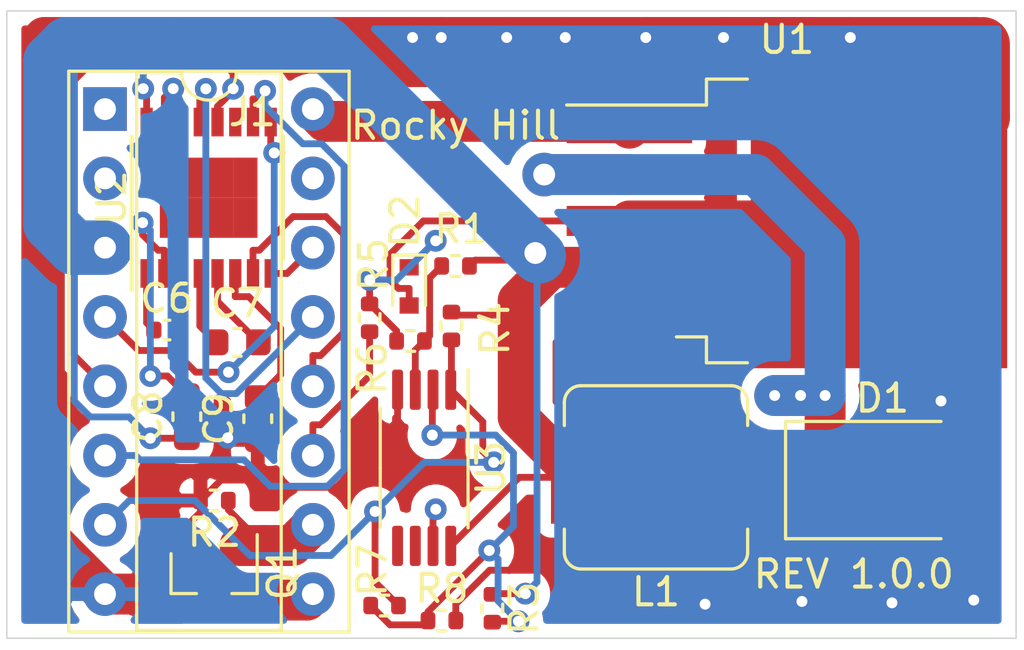
<source format=kicad_pcb>
(kicad_pcb (version 20171130) (host pcbnew 5.1.7-a382d34a8~88~ubuntu18.04.1)

  (general
    (thickness 1.6)
    (drawings 6)
    (tracks 272)
    (zones 0)
    (modules 20)
    (nets 32)
  )

  (page A)
  (title_block
    (title "Salt Replacement Board")
    (date 2021-05-06)
    (rev 1.0.0)
    (comment 4 "PCB by Rocky Hill")
  )

  (layers
    (0 F.Cu signal)
    (31 B.Cu signal)
    (32 B.Adhes user)
    (33 F.Adhes user)
    (34 B.Paste user)
    (35 F.Paste user)
    (36 B.SilkS user)
    (37 F.SilkS user)
    (38 B.Mask user)
    (39 F.Mask user)
    (40 Dwgs.User user)
    (41 Cmts.User user)
    (42 Eco1.User user)
    (43 Eco2.User user)
    (44 Edge.Cuts user)
    (45 Margin user)
    (46 B.CrtYd user)
    (47 F.CrtYd user)
    (48 B.Fab user)
    (49 F.Fab user)
  )

  (setup
    (last_trace_width 0.25)
    (user_trace_width 1.5)
    (user_trace_width 2)
    (user_trace_width 3)
    (trace_clearance 0.2)
    (zone_clearance 0.508)
    (zone_45_only no)
    (trace_min 0.2)
    (via_size 0.8)
    (via_drill 0.4)
    (via_min_size 0.4)
    (via_min_drill 0.3)
    (user_via 0.5 0.3)
    (user_via 1.6 0.8)
    (uvia_size 0.3)
    (uvia_drill 0.1)
    (uvias_allowed no)
    (uvia_min_size 0.2)
    (uvia_min_drill 0.1)
    (edge_width 0.05)
    (segment_width 0.2)
    (pcb_text_width 0.3)
    (pcb_text_size 1.5 1.5)
    (mod_edge_width 0.12)
    (mod_text_size 1 1)
    (mod_text_width 0.15)
    (pad_size 1.524 1.524)
    (pad_drill 0.762)
    (pad_to_mask_clearance 0)
    (aux_axis_origin 0 0)
    (visible_elements FFFFFF7F)
    (pcbplotparams
      (layerselection 0x010fc_ffffffff)
      (usegerberextensions false)
      (usegerberattributes true)
      (usegerberadvancedattributes true)
      (creategerberjobfile true)
      (excludeedgelayer true)
      (linewidth 0.100000)
      (plotframeref false)
      (viasonmask false)
      (mode 1)
      (useauxorigin false)
      (hpglpennumber 1)
      (hpglpenspeed 20)
      (hpglpendiameter 15.000000)
      (psnegative false)
      (psa4output false)
      (plotreference true)
      (plotvalue true)
      (plotinvisibletext false)
      (padsonsilk false)
      (subtractmaskfromsilk false)
      (outputformat 1)
      (mirror false)
      (drillshape 0)
      (scaleselection 1)
      (outputdirectory "gerber/"))
  )

  (net 0 "")
  (net 1 +5V)
  (net 2 GND)
  (net 3 "Net-(C6-Pad1)")
  (net 4 "Net-(C6-Pad2)")
  (net 5 "Net-(C7-Pad2)")
  (net 6 "Net-(C7-Pad1)")
  (net 7 "Net-(C9-Pad2)")
  (net 8 "Net-(J1-Pad1)")
  (net 9 "Net-(J1-Pad9)")
  (net 10 "Net-(J1-Pad2)")
  (net 11 "Net-(J1-Pad10)")
  (net 12 /SERIAL_IN_TTL)
  (net 13 /SERIAL_OUT_RS232)
  (net 14 /CD_IN_TTL)
  (net 15 /CD_IN_RS232)
  (net 16 /SERIAL_OUT_TTL)
  (net 17 /SERIAL_IN_RS232)
  (net 18 "Net-(J1-Pad15)")
  (net 19 VCC)
  (net 20 "Net-(U2-Pad11)")
  (net 21 "Net-(U2-Pad14)")
  (net 22 "Net-(D1-Pad1)")
  (net 23 "Net-(C8-Pad2)")
  (net 24 "Net-(D2-Pad1)")
  (net 25 /CASSETTE_DATA_IN)
  (net 26 /CASSETTE_DATA_IN_TTL)
  (net 27 "Net-(R1-Pad2)")
  (net 28 "Net-(R3-Pad2)")
  (net 29 "Net-(U3-Pad5)")
  (net 30 "Net-(U3-Pad6)")
  (net 31 "Net-(U3-Pad7)")

  (net_class Default "This is the default net class."
    (clearance 0.2)
    (trace_width 0.25)
    (via_dia 0.8)
    (via_drill 0.4)
    (uvia_dia 0.3)
    (uvia_drill 0.1)
    (add_net +5V)
    (add_net /CASSETTE_DATA_IN)
    (add_net /CASSETTE_DATA_IN_TTL)
    (add_net /CD_IN_RS232)
    (add_net /CD_IN_TTL)
    (add_net /SERIAL_IN_RS232)
    (add_net /SERIAL_IN_TTL)
    (add_net /SERIAL_OUT_RS232)
    (add_net /SERIAL_OUT_TTL)
    (add_net GND)
    (add_net "Net-(C6-Pad1)")
    (add_net "Net-(C6-Pad2)")
    (add_net "Net-(C7-Pad1)")
    (add_net "Net-(C7-Pad2)")
    (add_net "Net-(C8-Pad2)")
    (add_net "Net-(C9-Pad2)")
    (add_net "Net-(D1-Pad1)")
    (add_net "Net-(D2-Pad1)")
    (add_net "Net-(J1-Pad1)")
    (add_net "Net-(J1-Pad10)")
    (add_net "Net-(J1-Pad15)")
    (add_net "Net-(J1-Pad2)")
    (add_net "Net-(J1-Pad9)")
    (add_net "Net-(R1-Pad2)")
    (add_net "Net-(R3-Pad2)")
    (add_net "Net-(U2-Pad11)")
    (add_net "Net-(U2-Pad14)")
    (add_net "Net-(U3-Pad5)")
    (add_net "Net-(U3-Pad6)")
    (add_net "Net-(U3-Pad7)")
    (add_net VCC)
  )

  (module Package_DIP:DIP-16_W7.62mm_Socket (layer F.Cu) (tedit 5A02E8C5) (tstamp 6094C0E4)
    (at 111.6 111.6)
    (descr "16-lead though-hole mounted DIP package, row spacing 7.62 mm (300 mils), Socket")
    (tags "THT DIP DIL PDIP 2.54mm 7.62mm 300mil Socket")
    (path /60AB41C0)
    (fp_text reference J1 (at 5.4 0.1) (layer F.SilkS)
      (effects (font (size 1 1) (thickness 0.15)))
    )
    (fp_text value "SALT chip package pins" (at 3.81 20.11) (layer F.Fab) hide
      (effects (font (size 1 1) (thickness 0.15)))
    )
    (fp_line (start 9.15 -1.6) (end -1.55 -1.6) (layer F.CrtYd) (width 0.05))
    (fp_line (start 9.15 19.4) (end 9.15 -1.6) (layer F.CrtYd) (width 0.05))
    (fp_line (start -1.55 19.4) (end 9.15 19.4) (layer F.CrtYd) (width 0.05))
    (fp_line (start -1.55 -1.6) (end -1.55 19.4) (layer F.CrtYd) (width 0.05))
    (fp_line (start 8.95 -1.39) (end -1.33 -1.39) (layer F.SilkS) (width 0.12))
    (fp_line (start 8.95 19.17) (end 8.95 -1.39) (layer F.SilkS) (width 0.12))
    (fp_line (start -1.33 19.17) (end 8.95 19.17) (layer F.SilkS) (width 0.12))
    (fp_line (start -1.33 -1.39) (end -1.33 19.17) (layer F.SilkS) (width 0.12))
    (fp_line (start 6.46 -1.33) (end 4.81 -1.33) (layer F.SilkS) (width 0.12))
    (fp_line (start 6.46 19.11) (end 6.46 -1.33) (layer F.SilkS) (width 0.12))
    (fp_line (start 1.16 19.11) (end 6.46 19.11) (layer F.SilkS) (width 0.12))
    (fp_line (start 1.16 -1.33) (end 1.16 19.11) (layer F.SilkS) (width 0.12))
    (fp_line (start 2.81 -1.33) (end 1.16 -1.33) (layer F.SilkS) (width 0.12))
    (fp_line (start 8.89 -1.33) (end -1.27 -1.33) (layer F.Fab) (width 0.1))
    (fp_line (start 8.89 19.11) (end 8.89 -1.33) (layer F.Fab) (width 0.1))
    (fp_line (start -1.27 19.11) (end 8.89 19.11) (layer F.Fab) (width 0.1))
    (fp_line (start -1.27 -1.33) (end -1.27 19.11) (layer F.Fab) (width 0.1))
    (fp_line (start 0.635 -0.27) (end 1.635 -1.27) (layer F.Fab) (width 0.1))
    (fp_line (start 0.635 19.05) (end 0.635 -0.27) (layer F.Fab) (width 0.1))
    (fp_line (start 6.985 19.05) (end 0.635 19.05) (layer F.Fab) (width 0.1))
    (fp_line (start 6.985 -1.27) (end 6.985 19.05) (layer F.Fab) (width 0.1))
    (fp_line (start 1.635 -1.27) (end 6.985 -1.27) (layer F.Fab) (width 0.1))
    (fp_arc (start 3.81 -1.33) (end 2.81 -1.33) (angle -180) (layer F.SilkS) (width 0.12))
    (fp_text user %R (at 3.81 8.89) (layer F.Fab)
      (effects (font (size 1 1) (thickness 0.15)))
    )
    (pad 1 thru_hole rect (at 0 0) (size 1.6 1.6) (drill 0.8) (layers *.Cu *.Mask)
      (net 8 "Net-(J1-Pad1)"))
    (pad 9 thru_hole oval (at 7.62 17.78) (size 1.6 1.6) (drill 0.8) (layers *.Cu *.Mask)
      (net 9 "Net-(J1-Pad9)"))
    (pad 2 thru_hole oval (at 0 2.54) (size 1.6 1.6) (drill 0.8) (layers *.Cu *.Mask)
      (net 10 "Net-(J1-Pad2)"))
    (pad 10 thru_hole oval (at 7.62 15.24) (size 1.6 1.6) (drill 0.8) (layers *.Cu *.Mask)
      (net 11 "Net-(J1-Pad10)"))
    (pad 3 thru_hole oval (at 0 5.08) (size 1.6 1.6) (drill 0.8) (layers *.Cu *.Mask)
      (net 1 +5V))
    (pad 11 thru_hole oval (at 7.62 12.7) (size 1.6 1.6) (drill 0.8) (layers *.Cu *.Mask)
      (net 25 /CASSETTE_DATA_IN))
    (pad 4 thru_hole oval (at 0 7.62) (size 1.6 1.6) (drill 0.8) (layers *.Cu *.Mask)
      (net 12 /SERIAL_IN_TTL))
    (pad 12 thru_hole oval (at 7.62 10.16) (size 1.6 1.6) (drill 0.8) (layers *.Cu *.Mask)
      (net 13 /SERIAL_OUT_RS232))
    (pad 5 thru_hole oval (at 0 10.16) (size 1.6 1.6) (drill 0.8) (layers *.Cu *.Mask)
      (net 14 /CD_IN_TTL))
    (pad 13 thru_hole oval (at 7.62 7.62) (size 1.6 1.6) (drill 0.8) (layers *.Cu *.Mask)
      (net 15 /CD_IN_RS232))
    (pad 6 thru_hole oval (at 0 12.7) (size 1.6 1.6) (drill 0.8) (layers *.Cu *.Mask)
      (net 16 /SERIAL_OUT_TTL))
    (pad 14 thru_hole oval (at 7.62 5.08) (size 1.6 1.6) (drill 0.8) (layers *.Cu *.Mask)
      (net 17 /SERIAL_IN_RS232))
    (pad 7 thru_hole oval (at 0 15.24) (size 1.6 1.6) (drill 0.8) (layers *.Cu *.Mask)
      (net 26 /CASSETTE_DATA_IN_TTL))
    (pad 15 thru_hole oval (at 7.62 2.54) (size 1.6 1.6) (drill 0.8) (layers *.Cu *.Mask)
      (net 18 "Net-(J1-Pad15)"))
    (pad 8 thru_hole oval (at 0 17.78) (size 1.6 1.6) (drill 0.8) (layers *.Cu *.Mask)
      (net 2 GND))
    (pad 16 thru_hole oval (at 7.62 0) (size 1.6 1.6) (drill 0.8) (layers *.Cu *.Mask)
      (net 19 VCC))
    (model ${KISYS3DMOD}/Connector_PinHeader_2.54mm.3dshapes/PinHeader_1x08_P2.54mm_Vertical.wrl
      (offset (xyz 0 0 -1.5))
      (scale (xyz 1 1 1))
      (rotate (xyz 0 180 0))
    )
    (model ${KISYS3DMOD}/Connector_PinHeader_2.54mm.3dshapes/PinHeader_1x08_P2.54mm_Vertical.wrl
      (offset (xyz 7.5 0 -1.5))
      (scale (xyz 1 1 1))
      (rotate (xyz 0 180 0))
    )
  )

  (module Diode_SMD:D_SMB (layer F.Cu) (tedit 58645DF3) (tstamp 609721AF)
    (at 140.1 125.2)
    (descr "Diode SMB (DO-214AA)")
    (tags "Diode SMB (DO-214AA)")
    (path /6098493A)
    (attr smd)
    (fp_text reference D1 (at 0 -3) (layer F.SilkS)
      (effects (font (size 1 1) (thickness 0.15)))
    )
    (fp_text value "5A 40V" (at 0 3.1) (layer F.Fab)
      (effects (font (size 1 1) (thickness 0.15)))
    )
    (fp_line (start -3.55 -2.15) (end 2.15 -2.15) (layer F.SilkS) (width 0.12))
    (fp_line (start -3.55 2.15) (end 2.15 2.15) (layer F.SilkS) (width 0.12))
    (fp_line (start -0.64944 0.00102) (end 0.50118 -0.79908) (layer F.Fab) (width 0.1))
    (fp_line (start -0.64944 0.00102) (end 0.50118 0.75032) (layer F.Fab) (width 0.1))
    (fp_line (start 0.50118 0.75032) (end 0.50118 -0.79908) (layer F.Fab) (width 0.1))
    (fp_line (start -0.64944 -0.79908) (end -0.64944 0.80112) (layer F.Fab) (width 0.1))
    (fp_line (start 0.50118 0.00102) (end 1.4994 0.00102) (layer F.Fab) (width 0.1))
    (fp_line (start -0.64944 0.00102) (end -1.55114 0.00102) (layer F.Fab) (width 0.1))
    (fp_line (start -3.65 2.25) (end -3.65 -2.25) (layer F.CrtYd) (width 0.05))
    (fp_line (start 3.65 2.25) (end -3.65 2.25) (layer F.CrtYd) (width 0.05))
    (fp_line (start 3.65 -2.25) (end 3.65 2.25) (layer F.CrtYd) (width 0.05))
    (fp_line (start -3.65 -2.25) (end 3.65 -2.25) (layer F.CrtYd) (width 0.05))
    (fp_line (start 2.3 -2) (end -2.3 -2) (layer F.Fab) (width 0.1))
    (fp_line (start 2.3 -2) (end 2.3 2) (layer F.Fab) (width 0.1))
    (fp_line (start -2.3 2) (end -2.3 -2) (layer F.Fab) (width 0.1))
    (fp_line (start 2.3 2) (end -2.3 2) (layer F.Fab) (width 0.1))
    (fp_line (start -3.55 -2.15) (end -3.55 2.15) (layer F.SilkS) (width 0.12))
    (fp_text user %R (at 0 -3) (layer F.Fab)
      (effects (font (size 1 1) (thickness 0.15)))
    )
    (pad 1 smd rect (at -2.15 0) (size 2.5 2.3) (layers F.Cu F.Paste F.Mask)
      (net 22 "Net-(D1-Pad1)"))
    (pad 2 smd rect (at 2.15 0) (size 2.5 2.3) (layers F.Cu F.Paste F.Mask)
      (net 2 GND))
    (model ${KISYS3DMOD}/Diode_SMD.3dshapes/D_SMB.wrl
      (at (xyz 0 0 0))
      (scale (xyz 1 1 1))
      (rotate (xyz 0 0 0))
    )
  )

  (module Inductor_SMD:L_Sumida_CDMC6D28_7.25x6.5mm (layer F.Cu) (tedit 5D90D61A) (tstamp 609721D4)
    (at 131.8 125.1 180)
    (descr "SMD Power Inductor (http://products.sumida.com/products/pdf/CDMC6D28.pdf)")
    (tags "Inductor Sumida SMD CDMC6D28")
    (path /6098650F)
    (attr smd)
    (fp_text reference L1 (at 0 -4.2) (layer F.SilkS)
      (effects (font (size 1 1) (thickness 0.15)))
    )
    (fp_text value 33uH (at 0 4.3) (layer F.Fab)
      (effects (font (size 1 1) (thickness 0.15)))
    )
    (fp_line (start -3.5 3.5) (end -3.5 1.95) (layer F.CrtYd) (width 0.05))
    (fp_line (start 3.5 1.95) (end 3.5 3.5) (layer F.CrtYd) (width 0.05))
    (fp_line (start -3.5 1.95) (end -4.1 1.95) (layer F.CrtYd) (width 0.05))
    (fp_line (start 4.1 1.95) (end 3.5 1.95) (layer F.CrtYd) (width 0.05))
    (fp_line (start 3.5 -3.5) (end 3.5 -1.95) (layer F.CrtYd) (width 0.05))
    (fp_line (start 3.5 -1.95) (end 4.1 -1.95) (layer F.CrtYd) (width 0.05))
    (fp_line (start -3.5 -1.95) (end -3.5 -3.5) (layer F.CrtYd) (width 0.05))
    (fp_line (start -4.1 -1.95) (end -3.5 -1.95) (layer F.CrtYd) (width 0.05))
    (fp_line (start 2.75 3.36) (end -2.75 3.36) (layer F.SilkS) (width 0.12))
    (fp_line (start -3.36 2.75) (end -3.36 1.9) (layer F.SilkS) (width 0.12))
    (fp_line (start 3.36 1.9) (end 3.36 2.75) (layer F.SilkS) (width 0.12))
    (fp_line (start 3.36 -2.75) (end 3.36 -1.9) (layer F.SilkS) (width 0.12))
    (fp_line (start -2.75 -3.36) (end 2.75 -3.36) (layer F.SilkS) (width 0.12))
    (fp_line (start -3.36 -1.9) (end -3.36 -2.75) (layer F.SilkS) (width 0.12))
    (fp_line (start -4.1 1.95) (end -4.1 -1.95) (layer F.CrtYd) (width 0.05))
    (fp_line (start 3.5 3.5) (end -3.5 3.5) (layer F.CrtYd) (width 0.05))
    (fp_line (start 4.1 -1.95) (end 4.1 1.95) (layer F.CrtYd) (width 0.05))
    (fp_line (start -3.5 -3.5) (end 3.5 -3.5) (layer F.CrtYd) (width 0.05))
    (fp_line (start -3.25 2.75) (end -3.25 -2.75) (layer F.Fab) (width 0.1))
    (fp_line (start 2.75 3.25) (end -2.75 3.25) (layer F.Fab) (width 0.1))
    (fp_line (start 3.25 -2.75) (end 3.25 2.75) (layer F.Fab) (width 0.1))
    (fp_line (start -2.75 -3.25) (end 2.75 -3.25) (layer F.Fab) (width 0.1))
    (fp_arc (start -2.75 -2.75) (end -2.75 -3.25) (angle -90) (layer F.Fab) (width 0.1))
    (fp_arc (start 2.75 -2.75) (end 3.25 -2.75) (angle -90) (layer F.Fab) (width 0.1))
    (fp_arc (start -2.75 2.75) (end -3.25 2.75) (angle -90) (layer F.Fab) (width 0.1))
    (fp_arc (start 2.75 2.75) (end 2.75 3.25) (angle -90) (layer F.Fab) (width 0.1))
    (fp_arc (start -2.75 -2.75) (end -2.75 -3.36) (angle -90) (layer F.SilkS) (width 0.12))
    (fp_arc (start 2.75 -2.75) (end 3.36 -2.75) (angle -90) (layer F.SilkS) (width 0.12))
    (fp_arc (start -2.75 2.75) (end -3.36 2.75) (angle -90) (layer F.SilkS) (width 0.12))
    (fp_arc (start 2.75 2.75) (end 2.75 3.36) (angle -90) (layer F.SilkS) (width 0.12))
    (fp_text user %R (at 0 0) (layer F.Fab)
      (effects (font (size 1 1) (thickness 0.15)))
    )
    (pad 1 smd rect (at -2.85 0 180) (size 2 3.4) (layers F.Cu F.Paste F.Mask)
      (net 22 "Net-(D1-Pad1)"))
    (pad 2 smd rect (at 2.85 0 180) (size 2 3.4) (layers F.Cu F.Paste F.Mask)
      (net 1 +5V))
    (model ${KISYS3DMOD}/Inductor_SMD.3dshapes/L_Sumida_CDMC6D28_7.25x6.5mm.wrl
      (at (xyz 0 0 0))
      (scale (xyz 1 1 1))
      (rotate (xyz 0 0 0))
    )
    (model ${KIPRJMOD}/../3d-models/SRP6540.stp
      (offset (xyz 0 0 2))
      (scale (xyz 1 1 1))
      (rotate (xyz -90 0 -90))
    )
  )

  (module Package_TO_SOT_SMD:SOT-23 (layer F.Cu) (tedit 5A02FF57) (tstamp 609721E9)
    (at 115.6 128.6 270)
    (descr "SOT-23, Standard")
    (tags SOT-23)
    (path /60991213)
    (attr smd)
    (fp_text reference Q1 (at 0 -2.5 90) (layer F.SilkS)
      (effects (font (size 1 1) (thickness 0.15)))
    )
    (fp_text value MMBT9014C (at 0 2.5 90) (layer F.Fab) hide
      (effects (font (size 1 1) (thickness 0.15)))
    )
    (fp_line (start 0.76 1.58) (end -0.7 1.58) (layer F.SilkS) (width 0.12))
    (fp_line (start 0.76 -1.58) (end -1.4 -1.58) (layer F.SilkS) (width 0.12))
    (fp_line (start -1.7 1.75) (end -1.7 -1.75) (layer F.CrtYd) (width 0.05))
    (fp_line (start 1.7 1.75) (end -1.7 1.75) (layer F.CrtYd) (width 0.05))
    (fp_line (start 1.7 -1.75) (end 1.7 1.75) (layer F.CrtYd) (width 0.05))
    (fp_line (start -1.7 -1.75) (end 1.7 -1.75) (layer F.CrtYd) (width 0.05))
    (fp_line (start 0.76 -1.58) (end 0.76 -0.65) (layer F.SilkS) (width 0.12))
    (fp_line (start 0.76 1.58) (end 0.76 0.65) (layer F.SilkS) (width 0.12))
    (fp_line (start -0.7 1.52) (end 0.7 1.52) (layer F.Fab) (width 0.1))
    (fp_line (start 0.7 -1.52) (end 0.7 1.52) (layer F.Fab) (width 0.1))
    (fp_line (start -0.7 -0.95) (end -0.15 -1.52) (layer F.Fab) (width 0.1))
    (fp_line (start -0.15 -1.52) (end 0.7 -1.52) (layer F.Fab) (width 0.1))
    (fp_line (start -0.7 -0.95) (end -0.7 1.5) (layer F.Fab) (width 0.1))
    (fp_text user %R (at 0 0) (layer F.Fab)
      (effects (font (size 0.5 0.5) (thickness 0.075)))
    )
    (pad 1 smd rect (at -1 -0.95 270) (size 0.9 0.8) (layers F.Cu F.Paste F.Mask)
      (net 11 "Net-(J1-Pad10)"))
    (pad 2 smd rect (at -1 0.95 270) (size 0.9 0.8) (layers F.Cu F.Paste F.Mask)
      (net 2 GND))
    (pad 3 smd rect (at 1 0 270) (size 0.9 0.8) (layers F.Cu F.Paste F.Mask)
      (net 9 "Net-(J1-Pad9)"))
    (model ${KISYS3DMOD}/Package_TO_SOT_SMD.3dshapes/SOT-23.wrl
      (at (xyz 0 0 0))
      (scale (xyz 1 1 1))
      (rotate (xyz 0 0 0))
    )
  )

  (module Package_TO_SOT_SMD:TO-263-5_TabPin3 (layer F.Cu) (tedit 5A70FBB6) (tstamp 60976A59)
    (at 136.6 115.7)
    (descr "TO-263 / D2PAK / DDPAK SMD package, http://www.infineon.com/cms/en/product/packages/PG-TO263/PG-TO263-5-1/")
    (tags "D2PAK DDPAK TO-263 D2PAK-5 TO-263-5 SOT-426")
    (path /609776EC)
    (attr smd)
    (fp_text reference U1 (at 0 -6.65) (layer F.SilkS)
      (effects (font (size 1 1) (thickness 0.15)))
    )
    (fp_text value LM2596S-5 (at 0 6.65) (layer F.Fab)
      (effects (font (size 1 1) (thickness 0.15)))
    )
    (fp_line (start 8.32 -5.65) (end -8.32 -5.65) (layer F.CrtYd) (width 0.05))
    (fp_line (start 8.32 5.65) (end 8.32 -5.65) (layer F.CrtYd) (width 0.05))
    (fp_line (start -8.32 5.65) (end 8.32 5.65) (layer F.CrtYd) (width 0.05))
    (fp_line (start -8.32 -5.65) (end -8.32 5.65) (layer F.CrtYd) (width 0.05))
    (fp_line (start -2.95 4.25) (end -4.05 4.25) (layer F.SilkS) (width 0.12))
    (fp_line (start -2.95 5.2) (end -2.95 4.25) (layer F.SilkS) (width 0.12))
    (fp_line (start -1.45 5.2) (end -2.95 5.2) (layer F.SilkS) (width 0.12))
    (fp_line (start -2.95 -4.25) (end -8.075 -4.25) (layer F.SilkS) (width 0.12))
    (fp_line (start -2.95 -5.2) (end -2.95 -4.25) (layer F.SilkS) (width 0.12))
    (fp_line (start -1.45 -5.2) (end -2.95 -5.2) (layer F.SilkS) (width 0.12))
    (fp_line (start -7.45 3.8) (end -2.75 3.8) (layer F.Fab) (width 0.1))
    (fp_line (start -7.45 3) (end -7.45 3.8) (layer F.Fab) (width 0.1))
    (fp_line (start -2.75 3) (end -7.45 3) (layer F.Fab) (width 0.1))
    (fp_line (start -7.45 2.1) (end -2.75 2.1) (layer F.Fab) (width 0.1))
    (fp_line (start -7.45 1.3) (end -7.45 2.1) (layer F.Fab) (width 0.1))
    (fp_line (start -2.75 1.3) (end -7.45 1.3) (layer F.Fab) (width 0.1))
    (fp_line (start -7.45 0.4) (end -2.75 0.4) (layer F.Fab) (width 0.1))
    (fp_line (start -7.45 -0.4) (end -7.45 0.4) (layer F.Fab) (width 0.1))
    (fp_line (start -2.75 -0.4) (end -7.45 -0.4) (layer F.Fab) (width 0.1))
    (fp_line (start -7.45 -1.3) (end -2.75 -1.3) (layer F.Fab) (width 0.1))
    (fp_line (start -7.45 -2.1) (end -7.45 -1.3) (layer F.Fab) (width 0.1))
    (fp_line (start -2.75 -2.1) (end -7.45 -2.1) (layer F.Fab) (width 0.1))
    (fp_line (start -7.45 -3) (end -2.75 -3) (layer F.Fab) (width 0.1))
    (fp_line (start -7.45 -3.8) (end -7.45 -3) (layer F.Fab) (width 0.1))
    (fp_line (start -2.75 -3.8) (end -7.45 -3.8) (layer F.Fab) (width 0.1))
    (fp_line (start -1.75 -5) (end 6.5 -5) (layer F.Fab) (width 0.1))
    (fp_line (start -2.75 -4) (end -1.75 -5) (layer F.Fab) (width 0.1))
    (fp_line (start -2.75 5) (end -2.75 -4) (layer F.Fab) (width 0.1))
    (fp_line (start 6.5 5) (end -2.75 5) (layer F.Fab) (width 0.1))
    (fp_line (start 6.5 -5) (end 6.5 5) (layer F.Fab) (width 0.1))
    (fp_line (start 7.5 5) (end 6.5 5) (layer F.Fab) (width 0.1))
    (fp_line (start 7.5 -5) (end 7.5 5) (layer F.Fab) (width 0.1))
    (fp_line (start 6.5 -5) (end 7.5 -5) (layer F.Fab) (width 0.1))
    (fp_text user %R (at 0 0) (layer F.Fab)
      (effects (font (size 1 1) (thickness 0.15)))
    )
    (pad 1 smd rect (at -5.775 -3.4) (size 4.6 1.1) (layers F.Cu F.Paste F.Mask)
      (net 19 VCC))
    (pad 2 smd rect (at -5.775 -1.7) (size 4.6 1.1) (layers F.Cu F.Paste F.Mask)
      (net 22 "Net-(D1-Pad1)"))
    (pad 3 smd rect (at -5.775 0) (size 4.6 1.1) (layers F.Cu F.Paste F.Mask)
      (net 2 GND))
    (pad 4 smd rect (at -5.775 1.7) (size 4.6 1.1) (layers F.Cu F.Paste F.Mask)
      (net 1 +5V))
    (pad 5 smd rect (at -5.775 3.4) (size 4.6 1.1) (layers F.Cu F.Paste F.Mask)
      (net 2 GND))
    (pad 3 smd rect (at 3.375 0) (size 9.4 10.8) (layers F.Cu F.Mask)
      (net 2 GND))
    (pad "" smd rect (at 5.8 2.775) (size 4.55 5.25) (layers F.Paste))
    (pad "" smd rect (at 0.95 -2.775) (size 4.55 5.25) (layers F.Paste))
    (pad "" smd rect (at 5.8 -2.775) (size 4.55 5.25) (layers F.Paste))
    (pad "" smd rect (at 0.95 2.775) (size 4.55 5.25) (layers F.Paste))
    (model ${KISYS3DMOD}/Package_TO_SOT_SMD.3dshapes/TO-263-5_TabPin3.wrl
      (at (xyz 0 0 0))
      (scale (xyz 1 1 1))
      (rotate (xyz 0 0 0))
    )
  )

  (module Package_SO:TSSOP-16-1EP_4.4x5mm_P0.65mm (layer F.Cu) (tedit 5A02F25C) (tstamp 60973A02)
    (at 115.4 114.85 90)
    (descr "FE Package; 16-Lead Plastic TSSOP (4.4mm); Exposed Pad Variation BB; (see Linear Technology 1956f.pdf)")
    (tags "SSOP 0.65")
    (path /608DD770)
    (attr smd)
    (fp_text reference U2 (at 0 -3.55 90) (layer F.SilkS)
      (effects (font (size 1 1) (thickness 0.15)))
    )
    (fp_text value MAX3232 (at 0 3.55 90) (layer F.Fab)
      (effects (font (size 1 1) (thickness 0.15)))
    )
    (fp_line (start -3.375 -2.825) (end 2.25 -2.825) (layer F.SilkS) (width 0.15))
    (fp_line (start -2.25 2.725) (end 2.25 2.725) (layer F.SilkS) (width 0.15))
    (fp_line (start -3.5 2.8) (end 3.5 2.8) (layer F.CrtYd) (width 0.05))
    (fp_line (start -3.5 -2.9) (end 3.5 -2.9) (layer F.CrtYd) (width 0.05))
    (fp_line (start 3.5 -2.9) (end 3.5 2.8) (layer F.CrtYd) (width 0.05))
    (fp_line (start -3.5 -2.9) (end -3.5 2.8) (layer F.CrtYd) (width 0.05))
    (fp_line (start -2.2 -1.5) (end -1.2 -2.5) (layer F.Fab) (width 0.15))
    (fp_line (start -2.2 2.5) (end -2.2 -1.5) (layer F.Fab) (width 0.15))
    (fp_line (start 2.2 2.5) (end -2.2 2.5) (layer F.Fab) (width 0.15))
    (fp_line (start 2.2 -2.5) (end 2.2 2.5) (layer F.Fab) (width 0.15))
    (fp_line (start -1.2 -2.5) (end 2.2 -2.5) (layer F.Fab) (width 0.15))
    (fp_text user %R (at 0 0 90) (layer F.Fab)
      (effects (font (size 0.8 0.8) (thickness 0.15)))
    )
    (pad 1 smd rect (at -2.775 -2.275 90) (size 1.05 0.45) (layers F.Cu F.Paste F.Mask)
      (net 3 "Net-(C6-Pad1)"))
    (pad 2 smd rect (at -2.775 -1.625 90) (size 1.05 0.45) (layers F.Cu F.Paste F.Mask)
      (net 23 "Net-(C8-Pad2)"))
    (pad 3 smd rect (at -2.775 -0.975 90) (size 1.05 0.45) (layers F.Cu F.Paste F.Mask)
      (net 4 "Net-(C6-Pad2)"))
    (pad 4 smd rect (at -2.775 -0.325 90) (size 1.05 0.45) (layers F.Cu F.Paste F.Mask)
      (net 6 "Net-(C7-Pad1)"))
    (pad 5 smd rect (at -2.775 0.325 90) (size 1.05 0.45) (layers F.Cu F.Paste F.Mask)
      (net 5 "Net-(C7-Pad2)"))
    (pad 6 smd rect (at -2.775 0.975 90) (size 1.05 0.45) (layers F.Cu F.Paste F.Mask)
      (net 7 "Net-(C9-Pad2)"))
    (pad 7 smd rect (at -2.775 1.625 90) (size 1.05 0.45) (layers F.Cu F.Paste F.Mask)
      (net 13 /SERIAL_OUT_RS232))
    (pad 8 smd rect (at -2.775 2.275 90) (size 1.05 0.45) (layers F.Cu F.Paste F.Mask)
      (net 17 /SERIAL_IN_RS232))
    (pad 9 smd rect (at 2.775 2.275 90) (size 1.05 0.45) (layers F.Cu F.Paste F.Mask)
      (net 12 /SERIAL_IN_TTL))
    (pad 10 smd rect (at 2.775 1.625 90) (size 1.05 0.45) (layers F.Cu F.Paste F.Mask)
      (net 16 /SERIAL_OUT_TTL))
    (pad 11 smd rect (at 2.775 0.975 90) (size 1.05 0.45) (layers F.Cu F.Paste F.Mask)
      (net 20 "Net-(U2-Pad11)"))
    (pad 12 smd rect (at 2.775 0.325 90) (size 1.05 0.45) (layers F.Cu F.Paste F.Mask)
      (net 14 /CD_IN_TTL))
    (pad 13 smd rect (at 2.775 -0.325 90) (size 1.05 0.45) (layers F.Cu F.Paste F.Mask)
      (net 15 /CD_IN_RS232))
    (pad 14 smd rect (at 2.775 -0.975 90) (size 1.05 0.45) (layers F.Cu F.Paste F.Mask)
      (net 21 "Net-(U2-Pad14)"))
    (pad 15 smd rect (at 2.775 -1.625 90) (size 1.05 0.45) (layers F.Cu F.Paste F.Mask)
      (net 2 GND))
    (pad 16 smd rect (at 2.775 -2.275 90) (size 1.05 0.45) (layers F.Cu F.Paste F.Mask)
      (net 1 +5V))
    (pad 17 smd rect (at 0.735 1.3425 90) (size 1.47 0.895) (layers F.Cu F.Paste F.Mask)
      (solder_paste_margin_ratio -0.2))
    (pad 17 smd rect (at 0.735 0.4475 90) (size 1.47 0.895) (layers F.Cu F.Paste F.Mask)
      (solder_paste_margin_ratio -0.2))
    (pad 17 smd rect (at 0.735 -0.4475 90) (size 1.47 0.895) (layers F.Cu F.Paste F.Mask)
      (solder_paste_margin_ratio -0.2))
    (pad 17 smd rect (at 0.735 -1.3425 90) (size 1.47 0.895) (layers F.Cu F.Paste F.Mask)
      (solder_paste_margin_ratio -0.2))
    (pad 17 smd rect (at -0.735 1.3425 90) (size 1.47 0.895) (layers F.Cu F.Paste F.Mask)
      (solder_paste_margin_ratio -0.2))
    (pad 17 smd rect (at -0.735 0.4475 90) (size 1.47 0.895) (layers F.Cu F.Paste F.Mask)
      (solder_paste_margin_ratio -0.2))
    (pad 17 smd rect (at -0.735 -0.4475 90) (size 1.47 0.895) (layers F.Cu F.Paste F.Mask)
      (solder_paste_margin_ratio -0.2))
    (pad 17 smd rect (at -0.735 -1.3425 90) (size 1.47 0.895) (layers F.Cu F.Paste F.Mask)
      (solder_paste_margin_ratio -0.2))
    (model ${KISYS3DMOD}/Package_SO.3dshapes/TSSOP-16-1EP_4.4x5mm_P0.65mm.wrl
      (at (xyz 0 0 0))
      (scale (xyz 1 1 1))
      (rotate (xyz 0 0 0))
    )
  )

  (module Capacitor_SMD:C_0402_1005Metric (layer F.Cu) (tedit 5F68FEEE) (tstamp 609731A8)
    (at 113.87 119.7)
    (descr "Capacitor SMD 0402 (1005 Metric), square (rectangular) end terminal, IPC_7351 nominal, (Body size source: IPC-SM-782 page 76, https://www.pcb-3d.com/wordpress/wp-content/uploads/ipc-sm-782a_amendment_1_and_2.pdf), generated with kicad-footprint-generator")
    (tags capacitor)
    (path /609FD4C1)
    (attr smd)
    (fp_text reference C6 (at 0 -1.16) (layer F.SilkS)
      (effects (font (size 1 1) (thickness 0.15)))
    )
    (fp_text value .1uF (at 0 1.16) (layer F.Fab)
      (effects (font (size 1 1) (thickness 0.15)))
    )
    (fp_line (start 0.91 0.46) (end -0.91 0.46) (layer F.CrtYd) (width 0.05))
    (fp_line (start 0.91 -0.46) (end 0.91 0.46) (layer F.CrtYd) (width 0.05))
    (fp_line (start -0.91 -0.46) (end 0.91 -0.46) (layer F.CrtYd) (width 0.05))
    (fp_line (start -0.91 0.46) (end -0.91 -0.46) (layer F.CrtYd) (width 0.05))
    (fp_line (start -0.107836 0.36) (end 0.107836 0.36) (layer F.SilkS) (width 0.12))
    (fp_line (start -0.107836 -0.36) (end 0.107836 -0.36) (layer F.SilkS) (width 0.12))
    (fp_line (start 0.5 0.25) (end -0.5 0.25) (layer F.Fab) (width 0.1))
    (fp_line (start 0.5 -0.25) (end 0.5 0.25) (layer F.Fab) (width 0.1))
    (fp_line (start -0.5 -0.25) (end 0.5 -0.25) (layer F.Fab) (width 0.1))
    (fp_line (start -0.5 0.25) (end -0.5 -0.25) (layer F.Fab) (width 0.1))
    (fp_text user %R (at 0 0) (layer F.Fab)
      (effects (font (size 0.25 0.25) (thickness 0.04)))
    )
    (pad 1 smd roundrect (at -0.48 0) (size 0.56 0.62) (layers F.Cu F.Paste F.Mask) (roundrect_rratio 0.25)
      (net 3 "Net-(C6-Pad1)"))
    (pad 2 smd roundrect (at 0.48 0) (size 0.56 0.62) (layers F.Cu F.Paste F.Mask) (roundrect_rratio 0.25)
      (net 4 "Net-(C6-Pad2)"))
    (model ${KISYS3DMOD}/Capacitor_SMD.3dshapes/C_0402_1005Metric.wrl
      (at (xyz 0 0 0))
      (scale (xyz 1 1 1))
      (rotate (xyz 0 0 0))
    )
  )

  (module Capacitor_SMD:C_0603_1608Metric (layer F.Cu) (tedit 5F68FEEE) (tstamp 609731B9)
    (at 116.45 120.15)
    (descr "Capacitor SMD 0603 (1608 Metric), square (rectangular) end terminal, IPC_7351 nominal, (Body size source: IPC-SM-782 page 76, https://www.pcb-3d.com/wordpress/wp-content/uploads/ipc-sm-782a_amendment_1_and_2.pdf), generated with kicad-footprint-generator")
    (tags capacitor)
    (path /609F6ABC)
    (attr smd)
    (fp_text reference C7 (at 0 -1.43) (layer F.SilkS)
      (effects (font (size 1 1) (thickness 0.15)))
    )
    (fp_text value .47uF (at 0 1.43) (layer F.Fab)
      (effects (font (size 1 1) (thickness 0.15)))
    )
    (fp_line (start -0.8 0.4) (end -0.8 -0.4) (layer F.Fab) (width 0.1))
    (fp_line (start -0.8 -0.4) (end 0.8 -0.4) (layer F.Fab) (width 0.1))
    (fp_line (start 0.8 -0.4) (end 0.8 0.4) (layer F.Fab) (width 0.1))
    (fp_line (start 0.8 0.4) (end -0.8 0.4) (layer F.Fab) (width 0.1))
    (fp_line (start -0.14058 -0.51) (end 0.14058 -0.51) (layer F.SilkS) (width 0.12))
    (fp_line (start -0.14058 0.51) (end 0.14058 0.51) (layer F.SilkS) (width 0.12))
    (fp_line (start -1.48 0.73) (end -1.48 -0.73) (layer F.CrtYd) (width 0.05))
    (fp_line (start -1.48 -0.73) (end 1.48 -0.73) (layer F.CrtYd) (width 0.05))
    (fp_line (start 1.48 -0.73) (end 1.48 0.73) (layer F.CrtYd) (width 0.05))
    (fp_line (start 1.48 0.73) (end -1.48 0.73) (layer F.CrtYd) (width 0.05))
    (fp_text user %R (at 0 0) (layer F.Fab)
      (effects (font (size 0.4 0.4) (thickness 0.06)))
    )
    (pad 2 smd roundrect (at 0.775 0) (size 0.9 0.95) (layers F.Cu F.Paste F.Mask) (roundrect_rratio 0.25)
      (net 5 "Net-(C7-Pad2)"))
    (pad 1 smd roundrect (at -0.775 0) (size 0.9 0.95) (layers F.Cu F.Paste F.Mask) (roundrect_rratio 0.25)
      (net 6 "Net-(C7-Pad1)"))
    (model ${KISYS3DMOD}/Capacitor_SMD.3dshapes/C_0603_1608Metric.wrl
      (at (xyz 0 0 0))
      (scale (xyz 1 1 1))
      (rotate (xyz 0 0 0))
    )
  )

  (module Capacitor_SMD:C_0603_1608Metric (layer F.Cu) (tedit 5F68FEEE) (tstamp 6097366A)
    (at 114.6 122.875 90)
    (descr "Capacitor SMD 0603 (1608 Metric), square (rectangular) end terminal, IPC_7351 nominal, (Body size source: IPC-SM-782 page 76, https://www.pcb-3d.com/wordpress/wp-content/uploads/ipc-sm-782a_amendment_1_and_2.pdf), generated with kicad-footprint-generator")
    (tags capacitor)
    (path /609F71FF)
    (attr smd)
    (fp_text reference C8 (at 0 -1.43 90) (layer F.SilkS)
      (effects (font (size 1 1) (thickness 0.15)))
    )
    (fp_text value .47uF (at 0 1.43 90) (layer F.Fab)
      (effects (font (size 1 1) (thickness 0.15)))
    )
    (fp_line (start 1.48 0.73) (end -1.48 0.73) (layer F.CrtYd) (width 0.05))
    (fp_line (start 1.48 -0.73) (end 1.48 0.73) (layer F.CrtYd) (width 0.05))
    (fp_line (start -1.48 -0.73) (end 1.48 -0.73) (layer F.CrtYd) (width 0.05))
    (fp_line (start -1.48 0.73) (end -1.48 -0.73) (layer F.CrtYd) (width 0.05))
    (fp_line (start -0.14058 0.51) (end 0.14058 0.51) (layer F.SilkS) (width 0.12))
    (fp_line (start -0.14058 -0.51) (end 0.14058 -0.51) (layer F.SilkS) (width 0.12))
    (fp_line (start 0.8 0.4) (end -0.8 0.4) (layer F.Fab) (width 0.1))
    (fp_line (start 0.8 -0.4) (end 0.8 0.4) (layer F.Fab) (width 0.1))
    (fp_line (start -0.8 -0.4) (end 0.8 -0.4) (layer F.Fab) (width 0.1))
    (fp_line (start -0.8 0.4) (end -0.8 -0.4) (layer F.Fab) (width 0.1))
    (fp_text user %R (at 0 0 90) (layer F.Fab)
      (effects (font (size 0.4 0.4) (thickness 0.06)))
    )
    (pad 1 smd roundrect (at -0.775 0 90) (size 0.9 0.95) (layers F.Cu F.Paste F.Mask) (roundrect_rratio 0.25)
      (net 1 +5V))
    (pad 2 smd roundrect (at 0.775 0 90) (size 0.9 0.95) (layers F.Cu F.Paste F.Mask) (roundrect_rratio 0.25)
      (net 23 "Net-(C8-Pad2)"))
    (model ${KISYS3DMOD}/Capacitor_SMD.3dshapes/C_0603_1608Metric.wrl
      (at (xyz 0 0 0))
      (scale (xyz 1 1 1))
      (rotate (xyz 0 0 0))
    )
  )

  (module Capacitor_SMD:C_0603_1608Metric (layer F.Cu) (tedit 5F68FEEE) (tstamp 609731DB)
    (at 117.2 122.95 90)
    (descr "Capacitor SMD 0603 (1608 Metric), square (rectangular) end terminal, IPC_7351 nominal, (Body size source: IPC-SM-782 page 76, https://www.pcb-3d.com/wordpress/wp-content/uploads/ipc-sm-782a_amendment_1_and_2.pdf), generated with kicad-footprint-generator")
    (tags capacitor)
    (path /609F5568)
    (attr smd)
    (fp_text reference C9 (at 0 -1.43 90) (layer F.SilkS)
      (effects (font (size 1 1) (thickness 0.15)))
    )
    (fp_text value .47uF (at 0 1.43 90) (layer F.Fab)
      (effects (font (size 1 1) (thickness 0.15)))
    )
    (fp_line (start 1.48 0.73) (end -1.48 0.73) (layer F.CrtYd) (width 0.05))
    (fp_line (start 1.48 -0.73) (end 1.48 0.73) (layer F.CrtYd) (width 0.05))
    (fp_line (start -1.48 -0.73) (end 1.48 -0.73) (layer F.CrtYd) (width 0.05))
    (fp_line (start -1.48 0.73) (end -1.48 -0.73) (layer F.CrtYd) (width 0.05))
    (fp_line (start -0.14058 0.51) (end 0.14058 0.51) (layer F.SilkS) (width 0.12))
    (fp_line (start -0.14058 -0.51) (end 0.14058 -0.51) (layer F.SilkS) (width 0.12))
    (fp_line (start 0.8 0.4) (end -0.8 0.4) (layer F.Fab) (width 0.1))
    (fp_line (start 0.8 -0.4) (end 0.8 0.4) (layer F.Fab) (width 0.1))
    (fp_line (start -0.8 -0.4) (end 0.8 -0.4) (layer F.Fab) (width 0.1))
    (fp_line (start -0.8 0.4) (end -0.8 -0.4) (layer F.Fab) (width 0.1))
    (fp_text user %R (at 0 0 90) (layer F.Fab)
      (effects (font (size 0.4 0.4) (thickness 0.06)))
    )
    (pad 1 smd roundrect (at -0.775 0 90) (size 0.9 0.95) (layers F.Cu F.Paste F.Mask) (roundrect_rratio 0.25)
      (net 2 GND))
    (pad 2 smd roundrect (at 0.775 0 90) (size 0.9 0.95) (layers F.Cu F.Paste F.Mask) (roundrect_rratio 0.25)
      (net 7 "Net-(C9-Pad2)"))
    (model ${KISYS3DMOD}/Capacitor_SMD.3dshapes/C_0603_1608Metric.wrl
      (at (xyz 0 0 0))
      (scale (xyz 1 1 1))
      (rotate (xyz 0 0 0))
    )
  )

  (module Resistor_SMD:R_0402_1005Metric (layer F.Cu) (tedit 5F68FEEE) (tstamp 60974CC7)
    (at 115.61 125.95 180)
    (descr "Resistor SMD 0402 (1005 Metric), square (rectangular) end terminal, IPC_7351 nominal, (Body size source: IPC-SM-782 page 72, https://www.pcb-3d.com/wordpress/wp-content/uploads/ipc-sm-782a_amendment_1_and_2.pdf), generated with kicad-footprint-generator")
    (tags resistor)
    (path /609882F8)
    (attr smd)
    (fp_text reference R2 (at 0 -1.17) (layer F.SilkS)
      (effects (font (size 1 1) (thickness 0.15)))
    )
    (fp_text value 10K (at 0 1.17) (layer F.Fab)
      (effects (font (size 1 1) (thickness 0.15)))
    )
    (fp_line (start 0.93 0.47) (end -0.93 0.47) (layer F.CrtYd) (width 0.05))
    (fp_line (start 0.93 -0.47) (end 0.93 0.47) (layer F.CrtYd) (width 0.05))
    (fp_line (start -0.93 -0.47) (end 0.93 -0.47) (layer F.CrtYd) (width 0.05))
    (fp_line (start -0.93 0.47) (end -0.93 -0.47) (layer F.CrtYd) (width 0.05))
    (fp_line (start -0.153641 0.38) (end 0.153641 0.38) (layer F.SilkS) (width 0.12))
    (fp_line (start -0.153641 -0.38) (end 0.153641 -0.38) (layer F.SilkS) (width 0.12))
    (fp_line (start 0.525 0.27) (end -0.525 0.27) (layer F.Fab) (width 0.1))
    (fp_line (start 0.525 -0.27) (end 0.525 0.27) (layer F.Fab) (width 0.1))
    (fp_line (start -0.525 -0.27) (end 0.525 -0.27) (layer F.Fab) (width 0.1))
    (fp_line (start -0.525 0.27) (end -0.525 -0.27) (layer F.Fab) (width 0.1))
    (fp_text user %R (at 0 0) (layer F.Fab)
      (effects (font (size 0.26 0.26) (thickness 0.04)))
    )
    (pad 1 smd roundrect (at -0.51 0 180) (size 0.54 0.64) (layers F.Cu F.Paste F.Mask) (roundrect_rratio 0.25)
      (net 11 "Net-(J1-Pad10)"))
    (pad 2 smd roundrect (at 0.51 0 180) (size 0.54 0.64) (layers F.Cu F.Paste F.Mask) (roundrect_rratio 0.25)
      (net 2 GND))
    (model ${KISYS3DMOD}/Resistor_SMD.3dshapes/R_0402_1005Metric.wrl
      (at (xyz 0 0 0))
      (scale (xyz 1 1 1))
      (rotate (xyz 0 0 0))
    )
  )

  (module Package_SO:TSSOP-8_4.4x3mm_P0.65mm (layer F.Cu) (tedit 5E476F32) (tstamp 609762A0)
    (at 123.3 124.75 270)
    (descr "TSSOP, 8 Pin (JEDEC MO-153 Var AA https://www.jedec.org/document_search?search_api_views_fulltext=MO-153), generated with kicad-footprint-generator ipc_gullwing_generator.py")
    (tags "TSSOP SO")
    (path /60B864E7)
    (attr smd)
    (fp_text reference U3 (at 0 -2.45 90) (layer F.SilkS)
      (effects (font (size 1 1) (thickness 0.15)))
    )
    (fp_text value LM393 (at 0 2.45 90) (layer F.Fab)
      (effects (font (size 1 1) (thickness 0.15)))
    )
    (fp_line (start 3.85 -1.75) (end -3.85 -1.75) (layer F.CrtYd) (width 0.05))
    (fp_line (start 3.85 1.75) (end 3.85 -1.75) (layer F.CrtYd) (width 0.05))
    (fp_line (start -3.85 1.75) (end 3.85 1.75) (layer F.CrtYd) (width 0.05))
    (fp_line (start -3.85 -1.75) (end -3.85 1.75) (layer F.CrtYd) (width 0.05))
    (fp_line (start -2.2 -0.75) (end -1.45 -1.5) (layer F.Fab) (width 0.1))
    (fp_line (start -2.2 1.5) (end -2.2 -0.75) (layer F.Fab) (width 0.1))
    (fp_line (start 2.2 1.5) (end -2.2 1.5) (layer F.Fab) (width 0.1))
    (fp_line (start 2.2 -1.5) (end 2.2 1.5) (layer F.Fab) (width 0.1))
    (fp_line (start -1.45 -1.5) (end 2.2 -1.5) (layer F.Fab) (width 0.1))
    (fp_line (start 0 -1.61) (end -3.6 -1.61) (layer F.SilkS) (width 0.12))
    (fp_line (start 0 -1.61) (end 2.2 -1.61) (layer F.SilkS) (width 0.12))
    (fp_line (start 0 1.61) (end -2.2 1.61) (layer F.SilkS) (width 0.12))
    (fp_line (start 0 1.61) (end 2.2 1.61) (layer F.SilkS) (width 0.12))
    (fp_text user %R (at 0 0 90) (layer F.Fab)
      (effects (font (size 1 1) (thickness 0.15)))
    )
    (pad 1 smd roundrect (at -2.8625 -0.975 270) (size 1.475 0.4) (layers F.Cu F.Paste F.Mask) (roundrect_rratio 0.25)
      (net 26 /CASSETTE_DATA_IN_TTL))
    (pad 2 smd roundrect (at -2.8625 -0.325 270) (size 1.475 0.4) (layers F.Cu F.Paste F.Mask) (roundrect_rratio 0.25)
      (net 28 "Net-(R3-Pad2)"))
    (pad 3 smd roundrect (at -2.8625 0.325 270) (size 1.475 0.4) (layers F.Cu F.Paste F.Mask) (roundrect_rratio 0.25)
      (net 27 "Net-(R1-Pad2)"))
    (pad 4 smd roundrect (at -2.8625 0.975 270) (size 1.475 0.4) (layers F.Cu F.Paste F.Mask) (roundrect_rratio 0.25)
      (net 2 GND))
    (pad 5 smd roundrect (at 2.8625 0.975 270) (size 1.475 0.4) (layers F.Cu F.Paste F.Mask) (roundrect_rratio 0.25)
      (net 29 "Net-(U3-Pad5)"))
    (pad 6 smd roundrect (at 2.8625 0.325 270) (size 1.475 0.4) (layers F.Cu F.Paste F.Mask) (roundrect_rratio 0.25)
      (net 30 "Net-(U3-Pad6)"))
    (pad 7 smd roundrect (at 2.8625 -0.325 270) (size 1.475 0.4) (layers F.Cu F.Paste F.Mask) (roundrect_rratio 0.25)
      (net 31 "Net-(U3-Pad7)"))
    (pad 8 smd roundrect (at 2.8625 -0.975 270) (size 1.475 0.4) (layers F.Cu F.Paste F.Mask) (roundrect_rratio 0.25)
      (net 1 +5V))
    (model ${KISYS3DMOD}/Package_SO.3dshapes/TSSOP-8_4.4x3mm_P0.65mm.wrl
      (at (xyz 0 0 0))
      (scale (xyz 1 1 1))
      (rotate (xyz 0 0 0))
    )
  )

  (module Diode_SMD:D_SOD-523 (layer F.Cu) (tedit 586419F0) (tstamp 60975FED)
    (at 122.75 118.1 270)
    (descr "http://www.diodes.com/datasheets/ap02001.pdf p.144")
    (tags "Diode SOD523")
    (path /60BC4B9E)
    (attr smd)
    (fp_text reference D2 (at -2.4 0.15 90) (layer F.SilkS)
      (effects (font (size 1 1) (thickness 0.15)))
    )
    (fp_text value 1N4148 (at 0 1.4 90) (layer F.Fab)
      (effects (font (size 1 1) (thickness 0.15)))
    )
    (fp_line (start 0.7 0.6) (end -1.15 0.6) (layer F.SilkS) (width 0.12))
    (fp_line (start 0.7 -0.6) (end -1.15 -0.6) (layer F.SilkS) (width 0.12))
    (fp_line (start 0.65 0.45) (end -0.65 0.45) (layer F.Fab) (width 0.1))
    (fp_line (start -0.65 0.45) (end -0.65 -0.45) (layer F.Fab) (width 0.1))
    (fp_line (start -0.65 -0.45) (end 0.65 -0.45) (layer F.Fab) (width 0.1))
    (fp_line (start 0.65 -0.45) (end 0.65 0.45) (layer F.Fab) (width 0.1))
    (fp_line (start -0.2 0.2) (end -0.2 -0.2) (layer F.Fab) (width 0.1))
    (fp_line (start -0.2 0) (end -0.35 0) (layer F.Fab) (width 0.1))
    (fp_line (start -0.2 0) (end 0.1 0.2) (layer F.Fab) (width 0.1))
    (fp_line (start 0.1 0.2) (end 0.1 -0.2) (layer F.Fab) (width 0.1))
    (fp_line (start 0.1 -0.2) (end -0.2 0) (layer F.Fab) (width 0.1))
    (fp_line (start 0.1 0) (end 0.25 0) (layer F.Fab) (width 0.1))
    (fp_line (start 1.25 0.7) (end -1.25 0.7) (layer F.CrtYd) (width 0.05))
    (fp_line (start -1.25 0.7) (end -1.25 -0.7) (layer F.CrtYd) (width 0.05))
    (fp_line (start -1.25 -0.7) (end 1.25 -0.7) (layer F.CrtYd) (width 0.05))
    (fp_line (start 1.25 -0.7) (end 1.25 0.7) (layer F.CrtYd) (width 0.05))
    (fp_line (start -1.15 -0.6) (end -1.15 0.6) (layer F.SilkS) (width 0.12))
    (fp_text user %R (at -2.4 0.15 90) (layer F.Fab)
      (effects (font (size 1 1) (thickness 0.15)))
    )
    (pad 2 smd rect (at 0.7 0 90) (size 0.6 0.7) (layers F.Cu F.Paste F.Mask)
      (net 2 GND))
    (pad 1 smd rect (at -0.7 0 90) (size 0.6 0.7) (layers F.Cu F.Paste F.Mask)
      (net 24 "Net-(D2-Pad1)"))
    (model ${KISYS3DMOD}/Diode_SMD.3dshapes/D_SOD-523.wrl
      (at (xyz 0 0 0))
      (scale (xyz 1 1 1))
      (rotate (xyz 0 0 0))
    )
  )

  (module Resistor_SMD:R_0402_1005Metric (layer F.Cu) (tedit 5F68FEEE) (tstamp 6097600F)
    (at 124.45 117.35 180)
    (descr "Resistor SMD 0402 (1005 Metric), square (rectangular) end terminal, IPC_7351 nominal, (Body size source: IPC-SM-782 page 72, https://www.pcb-3d.com/wordpress/wp-content/uploads/ipc-sm-782a_amendment_1_and_2.pdf), generated with kicad-footprint-generator")
    (tags resistor)
    (path /60BC135D)
    (attr smd)
    (fp_text reference R1 (at -0.2 1.35) (layer F.SilkS)
      (effects (font (size 1 1) (thickness 0.15)))
    )
    (fp_text value 100K (at 0 1.17) (layer F.Fab)
      (effects (font (size 1 1) (thickness 0.15)))
    )
    (fp_line (start -0.525 0.27) (end -0.525 -0.27) (layer F.Fab) (width 0.1))
    (fp_line (start -0.525 -0.27) (end 0.525 -0.27) (layer F.Fab) (width 0.1))
    (fp_line (start 0.525 -0.27) (end 0.525 0.27) (layer F.Fab) (width 0.1))
    (fp_line (start 0.525 0.27) (end -0.525 0.27) (layer F.Fab) (width 0.1))
    (fp_line (start -0.153641 -0.38) (end 0.153641 -0.38) (layer F.SilkS) (width 0.12))
    (fp_line (start -0.153641 0.38) (end 0.153641 0.38) (layer F.SilkS) (width 0.12))
    (fp_line (start -0.93 0.47) (end -0.93 -0.47) (layer F.CrtYd) (width 0.05))
    (fp_line (start -0.93 -0.47) (end 0.93 -0.47) (layer F.CrtYd) (width 0.05))
    (fp_line (start 0.93 -0.47) (end 0.93 0.47) (layer F.CrtYd) (width 0.05))
    (fp_line (start 0.93 0.47) (end -0.93 0.47) (layer F.CrtYd) (width 0.05))
    (fp_text user %R (at 0 0) (layer F.Fab)
      (effects (font (size 0.26 0.26) (thickness 0.04)))
    )
    (pad 2 smd roundrect (at 0.51 0 180) (size 0.54 0.64) (layers F.Cu F.Paste F.Mask) (roundrect_rratio 0.25)
      (net 27 "Net-(R1-Pad2)"))
    (pad 1 smd roundrect (at -0.51 0 180) (size 0.54 0.64) (layers F.Cu F.Paste F.Mask) (roundrect_rratio 0.25)
      (net 1 +5V))
    (model ${KISYS3DMOD}/Resistor_SMD.3dshapes/R_0402_1005Metric.wrl
      (at (xyz 0 0 0))
      (scale (xyz 1 1 1))
      (rotate (xyz 0 0 0))
    )
  )

  (module Resistor_SMD:R_0402_1005Metric (layer F.Cu) (tedit 5F68FEEE) (tstamp 60976020)
    (at 125.8 129.9 270)
    (descr "Resistor SMD 0402 (1005 Metric), square (rectangular) end terminal, IPC_7351 nominal, (Body size source: IPC-SM-782 page 72, https://www.pcb-3d.com/wordpress/wp-content/uploads/ipc-sm-782a_amendment_1_and_2.pdf), generated with kicad-footprint-generator")
    (tags resistor)
    (path /60C10B67)
    (attr smd)
    (fp_text reference R3 (at 0 -1.17 90) (layer F.SilkS)
      (effects (font (size 1 1) (thickness 0.15)))
    )
    (fp_text value 100K (at 0 1.17 90) (layer F.Fab) hide
      (effects (font (size 1 1) (thickness 0.15)))
    )
    (fp_line (start 0.93 0.47) (end -0.93 0.47) (layer F.CrtYd) (width 0.05))
    (fp_line (start 0.93 -0.47) (end 0.93 0.47) (layer F.CrtYd) (width 0.05))
    (fp_line (start -0.93 -0.47) (end 0.93 -0.47) (layer F.CrtYd) (width 0.05))
    (fp_line (start -0.93 0.47) (end -0.93 -0.47) (layer F.CrtYd) (width 0.05))
    (fp_line (start -0.153641 0.38) (end 0.153641 0.38) (layer F.SilkS) (width 0.12))
    (fp_line (start -0.153641 -0.38) (end 0.153641 -0.38) (layer F.SilkS) (width 0.12))
    (fp_line (start 0.525 0.27) (end -0.525 0.27) (layer F.Fab) (width 0.1))
    (fp_line (start 0.525 -0.27) (end 0.525 0.27) (layer F.Fab) (width 0.1))
    (fp_line (start -0.525 -0.27) (end 0.525 -0.27) (layer F.Fab) (width 0.1))
    (fp_line (start -0.525 0.27) (end -0.525 -0.27) (layer F.Fab) (width 0.1))
    (fp_text user %R (at 0 0 90) (layer F.Fab)
      (effects (font (size 0.26 0.26) (thickness 0.04)))
    )
    (pad 1 smd roundrect (at -0.51 0 270) (size 0.54 0.64) (layers F.Cu F.Paste F.Mask) (roundrect_rratio 0.25)
      (net 1 +5V))
    (pad 2 smd roundrect (at 0.51 0 270) (size 0.54 0.64) (layers F.Cu F.Paste F.Mask) (roundrect_rratio 0.25)
      (net 28 "Net-(R3-Pad2)"))
    (model ${KISYS3DMOD}/Resistor_SMD.3dshapes/R_0402_1005Metric.wrl
      (at (xyz 0 0 0))
      (scale (xyz 1 1 1))
      (rotate (xyz 0 0 0))
    )
  )

  (module Resistor_SMD:R_0402_1005Metric (layer F.Cu) (tedit 5F68FEEE) (tstamp 60976031)
    (at 124.3 119.55 270)
    (descr "Resistor SMD 0402 (1005 Metric), square (rectangular) end terminal, IPC_7351 nominal, (Body size source: IPC-SM-782 page 72, https://www.pcb-3d.com/wordpress/wp-content/uploads/ipc-sm-782a_amendment_1_and_2.pdf), generated with kicad-footprint-generator")
    (tags resistor)
    (path /60BF90C0)
    (attr smd)
    (fp_text reference R4 (at 0.1 -1.6 90) (layer F.SilkS)
      (effects (font (size 1 1) (thickness 0.15)))
    )
    (fp_text value 5.1K (at 0.15 -2.9 90) (layer F.Fab)
      (effects (font (size 1 1) (thickness 0.15)))
    )
    (fp_line (start -0.525 0.27) (end -0.525 -0.27) (layer F.Fab) (width 0.1))
    (fp_line (start -0.525 -0.27) (end 0.525 -0.27) (layer F.Fab) (width 0.1))
    (fp_line (start 0.525 -0.27) (end 0.525 0.27) (layer F.Fab) (width 0.1))
    (fp_line (start 0.525 0.27) (end -0.525 0.27) (layer F.Fab) (width 0.1))
    (fp_line (start -0.153641 -0.38) (end 0.153641 -0.38) (layer F.SilkS) (width 0.12))
    (fp_line (start -0.153641 0.38) (end 0.153641 0.38) (layer F.SilkS) (width 0.12))
    (fp_line (start -0.93 0.47) (end -0.93 -0.47) (layer F.CrtYd) (width 0.05))
    (fp_line (start -0.93 -0.47) (end 0.93 -0.47) (layer F.CrtYd) (width 0.05))
    (fp_line (start 0.93 -0.47) (end 0.93 0.47) (layer F.CrtYd) (width 0.05))
    (fp_line (start 0.93 0.47) (end -0.93 0.47) (layer F.CrtYd) (width 0.05))
    (fp_text user %R (at 0 0 90) (layer F.Fab)
      (effects (font (size 0.26 0.26) (thickness 0.04)))
    )
    (pad 2 smd roundrect (at 0.51 0 270) (size 0.54 0.64) (layers F.Cu F.Paste F.Mask) (roundrect_rratio 0.25)
      (net 26 /CASSETTE_DATA_IN_TTL))
    (pad 1 smd roundrect (at -0.51 0 270) (size 0.54 0.64) (layers F.Cu F.Paste F.Mask) (roundrect_rratio 0.25)
      (net 1 +5V))
    (model ${KISYS3DMOD}/Resistor_SMD.3dshapes/R_0402_1005Metric.wrl
      (at (xyz 0 0 0))
      (scale (xyz 1 1 1))
      (rotate (xyz 0 0 0))
    )
  )

  (module Resistor_SMD:R_0402_1005Metric (layer F.Cu) (tedit 5F68FEEE) (tstamp 60976042)
    (at 121.3 119.25 270)
    (descr "Resistor SMD 0402 (1005 Metric), square (rectangular) end terminal, IPC_7351 nominal, (Body size source: IPC-SM-782 page 72, https://www.pcb-3d.com/wordpress/wp-content/uploads/ipc-sm-782a_amendment_1_and_2.pdf), generated with kicad-footprint-generator")
    (tags resistor)
    (path /60BF8B49)
    (attr smd)
    (fp_text reference R5 (at -1.95 -0.15 90) (layer F.SilkS)
      (effects (font (size 1 1) (thickness 0.15)))
    )
    (fp_text value 5.1K (at -4.55 -0.1 90) (layer F.Fab)
      (effects (font (size 1 1) (thickness 0.15)))
    )
    (fp_line (start 0.93 0.47) (end -0.93 0.47) (layer F.CrtYd) (width 0.05))
    (fp_line (start 0.93 -0.47) (end 0.93 0.47) (layer F.CrtYd) (width 0.05))
    (fp_line (start -0.93 -0.47) (end 0.93 -0.47) (layer F.CrtYd) (width 0.05))
    (fp_line (start -0.93 0.47) (end -0.93 -0.47) (layer F.CrtYd) (width 0.05))
    (fp_line (start -0.153641 0.38) (end 0.153641 0.38) (layer F.SilkS) (width 0.12))
    (fp_line (start -0.153641 -0.38) (end 0.153641 -0.38) (layer F.SilkS) (width 0.12))
    (fp_line (start 0.525 0.27) (end -0.525 0.27) (layer F.Fab) (width 0.1))
    (fp_line (start 0.525 -0.27) (end 0.525 0.27) (layer F.Fab) (width 0.1))
    (fp_line (start -0.525 -0.27) (end 0.525 -0.27) (layer F.Fab) (width 0.1))
    (fp_line (start -0.525 0.27) (end -0.525 -0.27) (layer F.Fab) (width 0.1))
    (fp_text user %R (at 0 0 90) (layer F.Fab)
      (effects (font (size 0.26 0.26) (thickness 0.04)))
    )
    (pad 1 smd roundrect (at -0.51 0 270) (size 0.54 0.64) (layers F.Cu F.Paste F.Mask) (roundrect_rratio 0.25)
      (net 24 "Net-(D2-Pad1)"))
    (pad 2 smd roundrect (at 0.51 0 270) (size 0.54 0.64) (layers F.Cu F.Paste F.Mask) (roundrect_rratio 0.25)
      (net 25 /CASSETTE_DATA_IN))
    (model ${KISYS3DMOD}/Resistor_SMD.3dshapes/R_0402_1005Metric.wrl
      (at (xyz 0 0 0))
      (scale (xyz 1 1 1))
      (rotate (xyz 0 0 0))
    )
  )

  (module Resistor_SMD:R_0402_1005Metric (layer F.Cu) (tedit 5F68FEEE) (tstamp 60976053)
    (at 122.8 120.1 180)
    (descr "Resistor SMD 0402 (1005 Metric), square (rectangular) end terminal, IPC_7351 nominal, (Body size source: IPC-SM-782 page 72, https://www.pcb-3d.com/wordpress/wp-content/uploads/ipc-sm-782a_amendment_1_and_2.pdf), generated with kicad-footprint-generator")
    (tags resistor)
    (path /60BC0A22)
    (attr smd)
    (fp_text reference R6 (at 1.4 -1 90) (layer F.SilkS)
      (effects (font (size 1 1) (thickness 0.15)))
    )
    (fp_text value 5.1K (at -4.35 -3.2 90) (layer F.Fab)
      (effects (font (size 1 1) (thickness 0.15)))
    )
    (fp_line (start 0.93 0.47) (end -0.93 0.47) (layer F.CrtYd) (width 0.05))
    (fp_line (start 0.93 -0.47) (end 0.93 0.47) (layer F.CrtYd) (width 0.05))
    (fp_line (start -0.93 -0.47) (end 0.93 -0.47) (layer F.CrtYd) (width 0.05))
    (fp_line (start -0.93 0.47) (end -0.93 -0.47) (layer F.CrtYd) (width 0.05))
    (fp_line (start -0.153641 0.38) (end 0.153641 0.38) (layer F.SilkS) (width 0.12))
    (fp_line (start -0.153641 -0.38) (end 0.153641 -0.38) (layer F.SilkS) (width 0.12))
    (fp_line (start 0.525 0.27) (end -0.525 0.27) (layer F.Fab) (width 0.1))
    (fp_line (start 0.525 -0.27) (end 0.525 0.27) (layer F.Fab) (width 0.1))
    (fp_line (start -0.525 -0.27) (end 0.525 -0.27) (layer F.Fab) (width 0.1))
    (fp_line (start -0.525 0.27) (end -0.525 -0.27) (layer F.Fab) (width 0.1))
    (fp_text user %R (at 0 0) (layer F.Fab)
      (effects (font (size 0.26 0.26) (thickness 0.04)))
    )
    (pad 1 smd roundrect (at -0.51 0 180) (size 0.54 0.64) (layers F.Cu F.Paste F.Mask) (roundrect_rratio 0.25)
      (net 27 "Net-(R1-Pad2)"))
    (pad 2 smd roundrect (at 0.51 0 180) (size 0.54 0.64) (layers F.Cu F.Paste F.Mask) (roundrect_rratio 0.25)
      (net 24 "Net-(D2-Pad1)"))
    (model ${KISYS3DMOD}/Resistor_SMD.3dshapes/R_0402_1005Metric.wrl
      (at (xyz 0 0 0))
      (scale (xyz 1 1 1))
      (rotate (xyz 0 0 0))
    )
  )

  (module Resistor_SMD:R_0402_1005Metric (layer F.Cu) (tedit 5F68FEEE) (tstamp 60976064)
    (at 121.85 129.8 180)
    (descr "Resistor SMD 0402 (1005 Metric), square (rectangular) end terminal, IPC_7351 nominal, (Body size source: IPC-SM-782 page 72, https://www.pcb-3d.com/wordpress/wp-content/uploads/ipc-sm-782a_amendment_1_and_2.pdf), generated with kicad-footprint-generator")
    (tags resistor)
    (path /60BC3E9D)
    (attr smd)
    (fp_text reference R7 (at 0.45 1.3 90) (layer F.SilkS)
      (effects (font (size 1 1) (thickness 0.15)))
    )
    (fp_text value 20M (at 0 1.17) (layer F.Fab)
      (effects (font (size 1 1) (thickness 0.15)))
    )
    (fp_line (start -0.525 0.27) (end -0.525 -0.27) (layer F.Fab) (width 0.1))
    (fp_line (start -0.525 -0.27) (end 0.525 -0.27) (layer F.Fab) (width 0.1))
    (fp_line (start 0.525 -0.27) (end 0.525 0.27) (layer F.Fab) (width 0.1))
    (fp_line (start 0.525 0.27) (end -0.525 0.27) (layer F.Fab) (width 0.1))
    (fp_line (start -0.153641 -0.38) (end 0.153641 -0.38) (layer F.SilkS) (width 0.12))
    (fp_line (start -0.153641 0.38) (end 0.153641 0.38) (layer F.SilkS) (width 0.12))
    (fp_line (start -0.93 0.47) (end -0.93 -0.47) (layer F.CrtYd) (width 0.05))
    (fp_line (start -0.93 -0.47) (end 0.93 -0.47) (layer F.CrtYd) (width 0.05))
    (fp_line (start 0.93 -0.47) (end 0.93 0.47) (layer F.CrtYd) (width 0.05))
    (fp_line (start 0.93 0.47) (end -0.93 0.47) (layer F.CrtYd) (width 0.05))
    (fp_text user %R (at 0 0) (layer F.Fab)
      (effects (font (size 0.26 0.26) (thickness 0.04)))
    )
    (pad 2 smd roundrect (at 0.51 0 180) (size 0.54 0.64) (layers F.Cu F.Paste F.Mask) (roundrect_rratio 0.25)
      (net 28 "Net-(R3-Pad2)"))
    (pad 1 smd roundrect (at -0.51 0 180) (size 0.54 0.64) (layers F.Cu F.Paste F.Mask) (roundrect_rratio 0.25)
      (net 26 /CASSETTE_DATA_IN_TTL))
    (model ${KISYS3DMOD}/Resistor_SMD.3dshapes/R_0402_1005Metric.wrl
      (at (xyz 0 0 0))
      (scale (xyz 1 1 1))
      (rotate (xyz 0 0 0))
    )
  )

  (module Resistor_SMD:R_0402_1005Metric (layer F.Cu) (tedit 5F68FEEE) (tstamp 609766A1)
    (at 123.95 130.35)
    (descr "Resistor SMD 0402 (1005 Metric), square (rectangular) end terminal, IPC_7351 nominal, (Body size source: IPC-SM-782 page 72, https://www.pcb-3d.com/wordpress/wp-content/uploads/ipc-sm-782a_amendment_1_and_2.pdf), generated with kicad-footprint-generator")
    (tags resistor)
    (path /60BC2423)
    (attr smd)
    (fp_text reference R8 (at 0 -1.17) (layer F.SilkS)
      (effects (font (size 1 1) (thickness 0.15)))
    )
    (fp_text value 10K (at 0 1.17) (layer F.Fab) hide
      (effects (font (size 1 1) (thickness 0.15)))
    )
    (fp_line (start -0.525 0.27) (end -0.525 -0.27) (layer F.Fab) (width 0.1))
    (fp_line (start -0.525 -0.27) (end 0.525 -0.27) (layer F.Fab) (width 0.1))
    (fp_line (start 0.525 -0.27) (end 0.525 0.27) (layer F.Fab) (width 0.1))
    (fp_line (start 0.525 0.27) (end -0.525 0.27) (layer F.Fab) (width 0.1))
    (fp_line (start -0.153641 -0.38) (end 0.153641 -0.38) (layer F.SilkS) (width 0.12))
    (fp_line (start -0.153641 0.38) (end 0.153641 0.38) (layer F.SilkS) (width 0.12))
    (fp_line (start -0.93 0.47) (end -0.93 -0.47) (layer F.CrtYd) (width 0.05))
    (fp_line (start -0.93 -0.47) (end 0.93 -0.47) (layer F.CrtYd) (width 0.05))
    (fp_line (start 0.93 -0.47) (end 0.93 0.47) (layer F.CrtYd) (width 0.05))
    (fp_line (start 0.93 0.47) (end -0.93 0.47) (layer F.CrtYd) (width 0.05))
    (fp_text user %R (at 0 0) (layer F.Fab)
      (effects (font (size 0.26 0.26) (thickness 0.04)))
    )
    (pad 2 smd roundrect (at 0.51 0) (size 0.54 0.64) (layers F.Cu F.Paste F.Mask) (roundrect_rratio 0.25)
      (net 2 GND))
    (pad 1 smd roundrect (at -0.51 0) (size 0.54 0.64) (layers F.Cu F.Paste F.Mask) (roundrect_rratio 0.25)
      (net 28 "Net-(R3-Pad2)"))
    (model ${KISYS3DMOD}/Resistor_SMD.3dshapes/R_0402_1005Metric.wrl
      (at (xyz 0 0 0))
      (scale (xyz 1 1 1))
      (rotate (xyz 0 0 0))
    )
  )

  (gr_text "Rocky Hill" (at 124.45 112.2) (layer F.SilkS)
    (effects (font (size 1 1) (thickness 0.15)))
  )
  (gr_text "REV 1.0.0" (at 139.05 128.65) (layer F.SilkS)
    (effects (font (size 1 1) (thickness 0.15)))
  )
  (gr_line (start 108 131) (end 108 108) (layer Edge.Cuts) (width 0.05) (tstamp 60976E3C))
  (gr_line (start 145 131) (end 108 131) (layer Edge.Cuts) (width 0.05) (tstamp 6094CD4D))
  (gr_line (start 145 108) (end 145 131) (layer Edge.Cuts) (width 0.05))
  (gr_line (start 108 108) (end 145 108) (layer Edge.Cuts) (width 0.05))

  (segment (start 127.0104 129.3643) (end 125.8257 129.3643) (width 0.25) (layer F.Cu) (net 1) (status 20))
  (segment (start 125.8257 129.3643) (end 125.8 129.39) (width 0.25) (layer F.Cu) (net 1) (status 30))
  (segment (start 127.4375 116.9375) (end 127.4375 128.9372) (width 0.25) (layer B.Cu) (net 1))
  (segment (start 127.4375 128.9372) (end 127.0104 129.3643) (width 0.25) (layer B.Cu) (net 1))
  (segment (start 127.4375 116.9375) (end 127.5 117) (width 2) (layer B.Cu) (net 1))
  (segment (start 127.375 116.875) (end 127.4375 116.9375) (width 2) (layer B.Cu) (net 1))
  (segment (start 113.2614 123.6669) (end 114.5831 123.6669) (width 0.25) (layer F.Cu) (net 1) (status 20))
  (segment (start 114.5831 123.6669) (end 114.6 123.65) (width 0.25) (layer F.Cu) (net 1) (status 30))
  (segment (start 110.4746 116.68) (end 110.4746 122.3015) (width 0.25) (layer B.Cu) (net 1))
  (segment (start 110.4746 122.3015) (end 111.0585 122.8854) (width 0.25) (layer B.Cu) (net 1))
  (segment (start 111.0585 122.8854) (end 112.4799 122.8854) (width 0.25) (layer B.Cu) (net 1))
  (segment (start 112.4799 122.8854) (end 113.2614 123.6669) (width 0.25) (layer B.Cu) (net 1))
  (segment (start 111.6 116.68) (end 110.4746 116.68) (width 2) (layer B.Cu) (net 1) (status 10))
  (segment (start 128.95 125.1) (end 126.7875 125.1) (width 0.25) (layer F.Cu) (net 1) (status 10))
  (segment (start 126.7875 125.1) (end 124.275 127.6125) (width 0.25) (layer F.Cu) (net 1) (status 20))
  (segment (start 127.6375 117.1375) (end 125.1725 117.1375) (width 0.25) (layer F.Cu) (net 1) (status 20))
  (segment (start 125.1725 117.1375) (end 124.96 117.35) (width 0.25) (layer F.Cu) (net 1) (status 30))
  (segment (start 127.6375 117.1375) (end 127.375 116.875) (width 1.5) (layer F.Cu) (net 1))
  (segment (start 127.965 117.4) (end 127.9 117.4) (width 1.5) (layer F.Cu) (net 1))
  (segment (start 127.9 117.4) (end 127.6375 117.1375) (width 1.5) (layer F.Cu) (net 1))
  (segment (start 126.75 119.1522) (end 124.4122 119.1522) (width 0.25) (layer F.Cu) (net 1) (status 20))
  (segment (start 124.4122 119.1522) (end 124.3 119.04) (width 0.25) (layer F.Cu) (net 1) (status 30))
  (segment (start 126.75 119.1522) (end 126.75 122.9) (width 1.5) (layer F.Cu) (net 1))
  (segment (start 126.75 122.9) (end 128.95 125.1) (width 1.5) (layer F.Cu) (net 1) (status 20))
  (segment (start 127.965 117.4) (end 126.75 118.615) (width 1.5) (layer F.Cu) (net 1))
  (segment (start 126.75 118.615) (end 126.75 119.1522) (width 1.5) (layer F.Cu) (net 1))
  (segment (start 130.825 117.4) (end 127.965 117.4) (width 1.5) (layer F.Cu) (net 1) (status 10))
  (via (at 127.0104 129.3643) (size 0.8) (layers F.Cu B.Cu) (net 1))
  (via (at 113.2614 123.6669) (size 0.8) (layers F.Cu B.Cu) (net 1))
  (via (at 127.375 116.875) (size 1.6) (drill 0.8) (layers F.Cu B.Cu) (net 1))
  (segment (start 119.72501 109.22501) (end 127.375 116.875) (width 2) (layer B.Cu) (net 1))
  (segment (start 110.4746 116.68) (end 110.469 116.68) (width 2) (layer B.Cu) (net 1))
  (segment (start 110.469 116.68) (end 109.6 115.811) (width 2) (layer B.Cu) (net 1))
  (segment (start 109.6 115.811) (end 109.6 109.84) (width 2) (layer B.Cu) (net 1))
  (segment (start 109.6 109.84) (end 110.21499 109.22501) (width 2) (layer B.Cu) (net 1))
  (segment (start 110.21499 109.22501) (end 114.07499 109.22501) (width 2) (layer B.Cu) (net 1))
  (segment (start 114.07499 109.22501) (end 119.72501 109.22501) (width 2) (layer B.Cu) (net 1))
  (segment (start 113.125 112.075) (end 113.125 110.97496) (width 0.25) (layer F.Cu) (net 1) (status 10))
  (via (at 113.00004 110.85) (size 0.8) (drill 0.4) (layers F.Cu B.Cu) (net 1))
  (segment (start 113.00004 110.29996) (end 113.00004 110.85) (width 0.25) (layer B.Cu) (net 1))
  (segment (start 113.125 110.97496) (end 113.00004 110.85) (width 0.25) (layer F.Cu) (net 1))
  (segment (start 114.07499 109.22501) (end 113.00004 110.29996) (width 0.25) (layer B.Cu) (net 1))
  (via (at 116.1 123.65) (size 0.8) (drill 0.4) (layers F.Cu B.Cu) (net 2))
  (via (at 114.1 110.85) (size 0.8) (drill 0.4) (layers F.Cu B.Cu) (net 2))
  (segment (start 124.46 130.35) (end 124.46 129.7458) (width 0.25) (layer F.Cu) (net 2) (status 10))
  (segment (start 124.46 129.7458) (end 125.6997 128.5061) (width 0.25) (layer F.Cu) (net 2))
  (segment (start 125.6997 128.5061) (end 140.4192 128.5061) (width 0.25) (layer F.Cu) (net 2))
  (segment (start 140.4192 128.5061) (end 142.25 126.6753) (width 0.25) (layer F.Cu) (net 2))
  (segment (start 142.25 125.2) (end 142.25 126.6753) (width 0.25) (layer F.Cu) (net 2) (status 10))
  (segment (start 120.1779 125.4654) (end 122.325 123.3183) (width 0.25) (layer F.Cu) (net 2))
  (segment (start 122.325 123.3183) (end 122.325 121.8875) (width 0.25) (layer F.Cu) (net 2) (status 20))
  (segment (start 122.75 118.8) (end 122.75 118.1747) (width 0.25) (layer F.Cu) (net 2) (status 10))
  (segment (start 130.825 115.7) (end 123.2713 115.7) (width 0.25) (layer F.Cu) (net 2) (status 10))
  (segment (start 123.2713 115.7) (end 122.0492 116.9221) (width 0.25) (layer F.Cu) (net 2))
  (segment (start 122.0492 116.9221) (end 122.0492 117.8647) (width 0.25) (layer F.Cu) (net 2))
  (segment (start 122.0492 117.8647) (end 122.3592 118.1747) (width 0.25) (layer F.Cu) (net 2))
  (segment (start 122.3592 118.1747) (end 122.75 118.1747) (width 0.25) (layer F.Cu) (net 2))
  (segment (start 130.825 115.7) (end 139.975 115.7) (width 1.5) (layer F.Cu) (net 2) (status 30))
  (segment (start 117.2 125.2001) (end 117.4653 125.4654) (width 0.25) (layer F.Cu) (net 2))
  (segment (start 117.4653 125.4654) (end 120.1779 125.4654) (width 0.25) (layer F.Cu) (net 2))
  (segment (start 115.1 125.95) (end 115.8499 125.2001) (width 0.25) (layer F.Cu) (net 2) (status 10))
  (segment (start 115.8499 125.2001) (end 117.2 125.2001) (width 0.25) (layer F.Cu) (net 2))
  (segment (start 117.2 125.2001) (end 117.2 123.725) (width 0.25) (layer F.Cu) (net 2) (status 20))
  (segment (start 114.65 126.8247) (end 115.1 126.3747) (width 0.25) (layer F.Cu) (net 2))
  (segment (start 115.1 126.3747) (end 115.1 125.95) (width 0.25) (layer F.Cu) (net 2) (status 20))
  (segment (start 114.65 127.6) (end 114.65 126.8247) (width 0.25) (layer F.Cu) (net 2) (status 10))
  (segment (start 114.65 127.6) (end 112.8 129.45) (width 1.5) (layer F.Cu) (net 2) (status 10))
  (segment (start 112.8 129.45) (end 112.73 129.38) (width 1.5) (layer F.Cu) (net 2))
  (segment (start 112.73 129.38) (end 111.6 129.38) (width 1.5) (layer F.Cu) (net 2) (status 20))
  (segment (start 130.825 119.1) (end 136.575 119.1) (width 1.5) (layer F.Cu) (net 2) (status 30))
  (segment (start 136.575 119.1) (end 139.975 115.7) (width 1.5) (layer F.Cu) (net 2) (status 30))
  (segment (start 142.25 125.2) (end 142.25 122.3) (width 3) (layer F.Cu) (net 2) (status 10))
  (segment (start 142.25 117.975) (end 139.975 115.7) (width 3) (layer F.Cu) (net 2) (status 30))
  (segment (start 143.775 111.9) (end 139.975 115.7) (width 2) (layer F.Cu) (net 2) (status 30))
  (segment (start 143.775 109.22501) (end 143.775 111.9) (width 2) (layer F.Cu) (net 2) (status 20))
  (segment (start 109.37499 108.97501) (end 122.87499 108.97501) (width 1.5) (layer F.Cu) (net 2))
  (segment (start 109.37499 127.15499) (end 109.37499 108.97501) (width 1.5) (layer F.Cu) (net 2))
  (segment (start 143.525 108.97501) (end 143.775 109.22501) (width 1.5) (layer F.Cu) (net 2))
  (segment (start 111.6 129.38) (end 109.37499 127.15499) (width 1.5) (layer F.Cu) (net 2) (status 10))
  (segment (start 113.775 111.175) (end 114.1 110.85) (width 0.25) (layer F.Cu) (net 2))
  (segment (start 113.775 112.075) (end 113.775 111.175) (width 0.25) (layer F.Cu) (net 2) (status 10))
  (segment (start 114.1 110.85) (end 114.1 121.1) (width 0.25) (layer B.Cu) (net 2))
  (segment (start 114.1 121.1) (end 115.6 122.6) (width 0.25) (layer B.Cu) (net 2))
  (segment (start 115.6 123.15) (end 116.1 123.65) (width 0.25) (layer B.Cu) (net 2))
  (segment (start 115.6 122.6) (end 115.6 123.15) (width 0.25) (layer B.Cu) (net 2))
  (segment (start 116.175 123.725) (end 116.1 123.65) (width 0.25) (layer F.Cu) (net 2))
  (segment (start 117.2 123.725) (end 116.175 123.725) (width 0.25) (layer F.Cu) (net 2) (status 10))
  (segment (start 128.47499 108.97501) (end 131.42499 108.97501) (width 1.5) (layer F.Cu) (net 2) (tstamp 60978188))
  (via (at 128.47499 108.97501) (size 0.8) (drill 0.4) (layers F.Cu B.Cu) (net 2))
  (segment (start 126.32499 108.97501) (end 128.47499 108.97501) (width 1.5) (layer F.Cu) (net 2) (tstamp 6097818A))
  (via (at 126.32499 108.97501) (size 0.8) (drill 0.4) (layers F.Cu B.Cu) (net 2))
  (segment (start 123.92499 108.97501) (end 126.32499 108.97501) (width 1.5) (layer F.Cu) (net 2) (tstamp 6097818C))
  (via (at 123.92499 108.97501) (size 0.8) (drill 0.4) (layers F.Cu B.Cu) (net 2))
  (segment (start 134.27499 108.97501) (end 138.92499 108.97501) (width 1.5) (layer F.Cu) (net 2) (tstamp 6097818E))
  (via (at 134.27499 108.97501) (size 0.8) (drill 0.4) (layers F.Cu B.Cu) (net 2))
  (segment (start 138.92499 108.97501) (end 143.525 108.97501) (width 1.5) (layer F.Cu) (net 2) (tstamp 60978190))
  (via (at 138.92499 108.97501) (size 0.8) (drill 0.4) (layers F.Cu B.Cu) (net 2))
  (segment (start 131.42499 108.97501) (end 134.27499 108.97501) (width 1.5) (layer F.Cu) (net 2) (tstamp 60978192))
  (via (at 131.42499 108.97501) (size 0.8) (drill 0.4) (layers F.Cu B.Cu) (net 2))
  (segment (start 122.87499 108.97501) (end 123.92499 108.97501) (width 1.5) (layer F.Cu) (net 2) (tstamp 60978194))
  (via (at 122.87499 108.97501) (size 0.8) (drill 0.4) (layers F.Cu B.Cu) (net 2))
  (segment (start 142.25 122.3) (end 142.25 117.975) (width 3) (layer F.Cu) (net 2) (tstamp 60978196) (status 20))
  (via (at 142.25 122.3) (size 0.8) (drill 0.4) (layers F.Cu B.Cu) (net 2))
  (segment (start 137.52499 109.72501) (end 134.27499 109.72501) (width 3) (layer F.Cu) (net 2))
  (segment (start 139.975 115.7) (end 139.975 112.17502) (width 3) (layer F.Cu) (net 2) (status 30))
  (segment (start 139.975 112.17502) (end 137.52499 109.72501) (width 3) (layer F.Cu) (net 2) (status 10))
  (via (at 143.45 129.6) (size 0.8) (drill 0.4) (layers F.Cu B.Cu) (net 2))
  (via (at 140.45 129.7) (size 0.8) (drill 0.4) (layers F.Cu B.Cu) (net 2))
  (via (at 137.15 129.65) (size 0.8) (drill 0.4) (layers F.Cu B.Cu) (net 2))
  (via (at 133.6 129.75) (size 0.8) (drill 0.4) (layers F.Cu B.Cu) (net 2))
  (segment (start 113.125 117.625) (end 113.125 119.435) (width 0.25) (layer F.Cu) (net 3) (status 10))
  (segment (start 113.125 119.435) (end 113.39 119.7) (width 0.25) (layer F.Cu) (net 3) (status 20))
  (segment (start 114.35 119.7) (end 114.425 119.625) (width 0.25) (layer F.Cu) (net 4) (status 30))
  (segment (start 114.425 119.625) (end 114.425 117.625) (width 0.25) (layer F.Cu) (net 4) (status 30))
  (segment (start 117.225 120.15) (end 115.725 118.65) (width 0.25) (layer F.Cu) (net 5) (status 10))
  (segment (start 115.725 118.65) (end 115.725 117.625) (width 0.25) (layer F.Cu) (net 5) (status 20))
  (segment (start 115.675 120.15) (end 115.075 119.55) (width 0.25) (layer F.Cu) (net 6) (status 10))
  (segment (start 115.075 119.55) (end 115.075 117.625) (width 0.25) (layer F.Cu) (net 6) (status 20))
  (segment (start 116.375 117.625) (end 116.375 118.4753) (width 0.25) (layer F.Cu) (net 7) (status 10))
  (segment (start 117.2 122.175) (end 118.0396 121.3354) (width 0.25) (layer F.Cu) (net 7) (status 10))
  (segment (start 118.0396 121.3354) (end 118.0396 119.6491) (width 0.25) (layer F.Cu) (net 7))
  (segment (start 118.0396 119.6491) (end 116.8658 118.4753) (width 0.25) (layer F.Cu) (net 7))
  (segment (start 116.8658 118.4753) (end 116.375 118.4753) (width 0.25) (layer F.Cu) (net 7))
  (segment (start 115.6 129.6) (end 119 129.6) (width 1.5) (layer F.Cu) (net 9) (status 30))
  (segment (start 119 129.6) (end 119.22 129.38) (width 1.5) (layer F.Cu) (net 9) (status 30))
  (segment (start 117.435 127.6) (end 116.12 126.285) (width 0.25) (layer F.Cu) (net 11))
  (segment (start 116.12 126.285) (end 116.12 125.95) (width 0.25) (layer F.Cu) (net 11) (status 20))
  (segment (start 117.435 127.6) (end 118.46 127.6) (width 1.5) (layer F.Cu) (net 11))
  (segment (start 118.46 127.6) (end 119.22 126.84) (width 1.5) (layer F.Cu) (net 11) (status 20))
  (segment (start 116.55 127.6) (end 117.435 127.6) (width 1.5) (layer F.Cu) (net 11) (status 10))
  (segment (start 117.675 112.9253) (end 117.803 113.0533) (width 0.25) (layer F.Cu) (net 12))
  (segment (start 117.803 113.0533) (end 117.803 113.2052) (width 0.25) (layer F.Cu) (net 12))
  (segment (start 116.1266 121.2445) (end 117.803 119.5681) (width 0.25) (layer B.Cu) (net 12))
  (segment (start 117.803 119.5681) (end 117.803 113.2052) (width 0.25) (layer B.Cu) (net 12))
  (segment (start 117.675 112.075) (end 117.675 112.9253) (width 0.25) (layer F.Cu) (net 12) (status 10))
  (segment (start 116.1266 121.2445) (end 114.9251 121.2445) (width 0.25) (layer F.Cu) (net 12))
  (segment (start 114.9251 121.2445) (end 114.1305 120.4499) (width 0.25) (layer F.Cu) (net 12))
  (segment (start 114.1305 120.4499) (end 112.8299 120.4499) (width 0.25) (layer F.Cu) (net 12))
  (segment (start 112.8299 120.4499) (end 111.6 119.22) (width 0.25) (layer F.Cu) (net 12) (status 20))
  (via (at 116.1266 121.2445) (size 0.8) (layers F.Cu B.Cu) (net 12))
  (via (at 117.803 113.2052) (size 0.8) (layers F.Cu B.Cu) (net 12))
  (segment (start 119.22 121.76) (end 119.22 120.6347) (width 0.25) (layer F.Cu) (net 13) (status 10))
  (segment (start 117.025 117.625) (end 117.025 116.7747) (width 0.25) (layer F.Cu) (net 13) (status 10))
  (segment (start 117.025 116.7747) (end 117.2554 116.7747) (width 0.25) (layer F.Cu) (net 13))
  (segment (start 117.2554 116.7747) (end 118.4895 115.5406) (width 0.25) (layer F.Cu) (net 13))
  (segment (start 118.4895 115.5406) (end 119.6978 115.5406) (width 0.25) (layer F.Cu) (net 13))
  (segment (start 119.6978 115.5406) (end 120.3453 116.1881) (width 0.25) (layer F.Cu) (net 13))
  (segment (start 120.3453 116.1881) (end 120.3453 119.7908) (width 0.25) (layer F.Cu) (net 13))
  (segment (start 120.3453 119.7908) (end 119.5014 120.6347) (width 0.25) (layer F.Cu) (net 13))
  (segment (start 119.5014 120.6347) (end 119.22 120.6347) (width 0.25) (layer F.Cu) (net 13))
  (via (at 116.297668 110.853255) (size 0.8) (drill 0.4) (layers F.Cu B.Cu) (net 14))
  (segment (start 111.6 121.76) (end 110.474999 120.634999) (width 0.25) (layer F.Cu) (net 14) (status 10))
  (segment (start 116.297668 110.28757) (end 116.297668 110.853255) (width 0.25) (layer F.Cu) (net 14))
  (segment (start 115.725 112.075) (end 115.725 111.500625) (width 0.25) (layer F.Cu) (net 14) (status 10))
  (segment (start 110.474999 110.539999) (end 110.9525 110.062498) (width 0.25) (layer F.Cu) (net 14))
  (segment (start 116.297668 110.927957) (end 116.297668 110.853255) (width 0.25) (layer F.Cu) (net 14))
  (segment (start 110.474999 120.634999) (end 110.474999 110.539999) (width 0.25) (layer F.Cu) (net 14))
  (segment (start 110.9525 110.062498) (end 116.072596 110.062498) (width 0.25) (layer F.Cu) (net 14))
  (segment (start 115.725 111.500625) (end 116.297668 110.927957) (width 0.25) (layer F.Cu) (net 14))
  (segment (start 116.072596 110.062498) (end 116.297668 110.28757) (width 0.25) (layer F.Cu) (net 14))
  (segment (start 115.8703 122.0297) (end 115.295675 121.455075) (width 0.25) (layer B.Cu) (net 15))
  (segment (start 115.075 112.075) (end 115.075 111.077621) (width 0.25) (layer F.Cu) (net 15) (status 10))
  (segment (start 115.075 111.077621) (end 115.295675 110.856946) (width 0.25) (layer F.Cu) (net 15))
  (segment (start 115.295675 121.455075) (end 115.295675 110.856946) (width 0.25) (layer B.Cu) (net 15))
  (via (at 115.295675 110.856946) (size 0.8) (drill 0.4) (layers F.Cu B.Cu) (net 15))
  (segment (start 119.22 119.22) (end 116.4103 122.0297) (width 0.25) (layer B.Cu) (net 15) (status 10))
  (segment (start 116.4103 122.0297) (end 115.8703 122.0297) (width 0.25) (layer B.Cu) (net 15))
  (segment (start 117.025 112.075) (end 117.025 111.2247) (width 0.25) (layer F.Cu) (net 16) (status 10))
  (segment (start 117.025 111.2247) (end 117.1729 111.2247) (width 0.25) (layer F.Cu) (net 16))
  (segment (start 117.1729 111.2247) (end 117.468 110.9296) (width 0.25) (layer F.Cu) (net 16))
  (via (at 117.468 110.9296) (size 0.8) (layers F.Cu B.Cu) (net 16))
  (segment (start 112.7253 124.3) (end 111.6 124.3) (width 0.25) (layer B.Cu) (net 16) (status 20))
  (segment (start 112.8833 124.458) (end 112.7253 124.3) (width 0.25) (layer B.Cu) (net 16))
  (segment (start 116.693002 124.458) (end 112.8833 124.458) (width 0.25) (layer B.Cu) (net 16))
  (segment (start 117.660003 125.425001) (end 116.693002 124.458) (width 0.25) (layer B.Cu) (net 16))
  (segment (start 117.468 110.9296) (end 117.468 111.4876) (width 0.25) (layer B.Cu) (net 16))
  (segment (start 117.468 111.4876) (end 118.8504 112.87) (width 0.25) (layer B.Cu) (net 16))
  (segment (start 118.8504 112.87) (end 119.5449 112.87) (width 0.25) (layer B.Cu) (net 16))
  (segment (start 120.3642 113.6893) (end 120.3642 124.820802) (width 0.25) (layer B.Cu) (net 16))
  (segment (start 119.760001 125.425001) (end 117.660003 125.425001) (width 0.25) (layer B.Cu) (net 16))
  (segment (start 120.3642 124.820802) (end 119.760001 125.425001) (width 0.25) (layer B.Cu) (net 16))
  (segment (start 119.5449 112.87) (end 120.3642 113.6893) (width 0.25) (layer B.Cu) (net 16))
  (segment (start 117.675 117.625) (end 118.275 117.625) (width 0.25) (layer F.Cu) (net 17) (status 10))
  (segment (start 118.275 117.625) (end 119.22 116.68) (width 0.25) (layer F.Cu) (net 17) (status 20))
  (segment (start 119.670002 112.050002) (end 130.575002 112.050002) (width 1.5) (layer F.Cu) (net 19) (status 30))
  (segment (start 130.575002 112.050002) (end 130.825 112.3) (width 1.5) (layer F.Cu) (net 19) (status 30))
  (segment (start 119.22 111.6) (end 119.670002 112.050002) (width 1.5) (layer F.Cu) (net 19) (status 30))
  (segment (start 138 122.1) (end 137.1 122.1) (width 1.5) (layer B.Cu) (net 22))
  (segment (start 127.7 114) (end 135.45 114) (width 1.5) (layer B.Cu) (net 22))
  (segment (start 135.45 114) (end 138 116.55) (width 1.5) (layer B.Cu) (net 22))
  (segment (start 138 116.55) (end 138 122.1) (width 1.5) (layer B.Cu) (net 22))
  (segment (start 137.1 122.1) (end 138 122.1) (width 1.5) (layer F.Cu) (net 22))
  (segment (start 136.15 122.1) (end 137.1 122.1) (width 1.5) (layer F.Cu) (net 22))
  (segment (start 138 122.1) (end 138 125.15) (width 1.5) (layer F.Cu) (net 22) (status 20))
  (segment (start 138 125.15) (end 137.95 125.2) (width 1.5) (layer F.Cu) (net 22) (status 30))
  (segment (start 137.1 122.1) (end 136.15 122.1) (width 1.5) (layer B.Cu) (net 22))
  (segment (start 130.825 114) (end 127.7 114) (width 1.5) (layer F.Cu) (net 22) (status 10))
  (segment (start 137.95 125.2) (end 134.75 125.2) (width 3) (layer F.Cu) (net 22) (status 30))
  (segment (start 134.75 125.2) (end 134.65 125.1) (width 3) (layer F.Cu) (net 22) (status 30))
  (via (at 138 122.1) (size 0.8) (layers F.Cu B.Cu) (net 22))
  (via (at 137.1 122.1) (size 0.8) (layers F.Cu B.Cu) (net 22))
  (via (at 136.15 122.1) (size 0.8) (layers F.Cu B.Cu) (net 22))
  (via (at 127.7 114) (size 1.6) (drill 0.8) (layers F.Cu B.Cu) (net 22))
  (segment (start 113.775 116.7747) (end 113.5446 116.7747) (width 0.25) (layer F.Cu) (net 23))
  (segment (start 113.5446 116.7747) (end 112.9781 116.2082) (width 0.25) (layer F.Cu) (net 23))
  (segment (start 112.9781 116.2082) (end 112.9781 115.7629) (width 0.25) (layer F.Cu) (net 23))
  (segment (start 113.2621 121.3854) (end 113.2621 116.0469) (width 0.25) (layer B.Cu) (net 23))
  (segment (start 113.2621 116.0469) (end 112.9781 115.7629) (width 0.25) (layer B.Cu) (net 23))
  (segment (start 113.775 117.625) (end 113.775 116.7747) (width 0.25) (layer F.Cu) (net 23) (status 10))
  (segment (start 113.2621 121.3854) (end 113.8854 121.3854) (width 0.25) (layer F.Cu) (net 23))
  (segment (start 113.8854 121.3854) (end 114.6 122.1) (width 0.25) (layer F.Cu) (net 23) (status 20))
  (via (at 113.2621 121.3854) (size 0.8) (layers F.Cu B.Cu) (net 23))
  (via (at 112.9781 115.7629) (size 0.8) (layers F.Cu B.Cu) (net 23))
  (segment (start 122.75 117.4) (end 123.7228 116.4272) (width 0.25) (layer F.Cu) (net 24) (status 10))
  (segment (start 121.3 117.8617) (end 122.2883 117.8617) (width 0.25) (layer B.Cu) (net 24))
  (segment (start 122.2883 117.8617) (end 123.7228 116.4272) (width 0.25) (layer B.Cu) (net 24))
  (segment (start 121.3 118.74) (end 121.3 117.8617) (width 0.25) (layer F.Cu) (net 24) (status 10))
  (segment (start 121.3 118.74) (end 122.29 119.73) (width 0.25) (layer F.Cu) (net 24) (status 10))
  (segment (start 122.29 119.73) (end 122.29 120.1) (width 0.25) (layer F.Cu) (net 24) (status 20))
  (via (at 121.3 117.8617) (size 0.8) (layers F.Cu B.Cu) (net 24))
  (via (at 123.7228 116.4272) (size 0.8) (layers F.Cu B.Cu) (net 24))
  (segment (start 121.3 119.76) (end 121.3 121.376) (width 0.25) (layer F.Cu) (net 25) (status 10))
  (segment (start 121.3 121.376) (end 119.5013 123.1747) (width 0.25) (layer F.Cu) (net 25))
  (segment (start 119.5013 123.1747) (end 119.22 123.1747) (width 0.25) (layer F.Cu) (net 25))
  (segment (start 119.22 124.3) (end 119.22 123.1747) (width 0.25) (layer F.Cu) (net 25) (status 10))
  (segment (start 122.36 129.8) (end 121.5 128.94) (width 0.25) (layer F.Cu) (net 26))
  (segment (start 121.5 128.94) (end 121.5 126.35) (width 0.25) (layer F.Cu) (net 26))
  (segment (start 121.5 126.35) (end 121.5 126.35) (width 0.25) (layer F.Cu) (net 26) (tstamp 6097DD20))
  (via (at 121.5 126.35) (size 0.8) (drill 0.4) (layers F.Cu B.Cu) (net 26))
  (segment (start 119.884999 127.965001) (end 116.915001 127.965001) (width 0.25) (layer B.Cu) (net 26))
  (segment (start 121.5 126.35) (end 119.884999 127.965001) (width 0.25) (layer B.Cu) (net 26))
  (segment (start 116.915001 127.965001) (end 114.9 125.95) (width 0.25) (layer B.Cu) (net 26))
  (segment (start 112.49 125.95) (end 111.6 126.84) (width 0.25) (layer B.Cu) (net 26))
  (segment (start 114.9 125.95) (end 112.49 125.95) (width 0.25) (layer B.Cu) (net 26))
  (segment (start 121.5 126.35) (end 123.3 124.55) (width 0.25) (layer B.Cu) (net 26))
  (segment (start 123.3 124.55) (end 125.85 124.55) (width 0.25) (layer B.Cu) (net 26))
  (segment (start 125.85 124.55) (end 125.85 124.55) (width 0.25) (layer B.Cu) (net 26) (tstamp 6097DDC2))
  (via (at 125.85 124.55) (size 0.8) (drill 0.4) (layers F.Cu B.Cu) (net 26))
  (segment (start 125.450001 123.062501) (end 124.275 121.8875) (width 0.25) (layer F.Cu) (net 26))
  (segment (start 125.450001 124.150001) (end 125.450001 123.062501) (width 0.25) (layer F.Cu) (net 26))
  (segment (start 125.85 124.55) (end 125.450001 124.150001) (width 0.25) (layer F.Cu) (net 26))
  (segment (start 124.3 121.8625) (end 124.275 121.8875) (width 0.25) (layer F.Cu) (net 26))
  (segment (start 124.3 120.06) (end 124.3 121.8625) (width 0.25) (layer F.Cu) (net 26))
  (segment (start 123.94 117.35) (end 123.5008 117.7892) (width 0.25) (layer F.Cu) (net 27) (status 10))
  (segment (start 123.5008 117.7892) (end 123.5008 119.9092) (width 0.25) (layer F.Cu) (net 27) (status 20))
  (segment (start 123.5008 119.9092) (end 123.31 120.1) (width 0.25) (layer F.Cu) (net 27) (status 30))
  (segment (start 122.975 120.435) (end 123.31 120.1) (width 0.25) (layer F.Cu) (net 27))
  (segment (start 122.975 121.8875) (end 122.975 120.435) (width 0.25) (layer F.Cu) (net 27))
  (segment (start 125.6879 127.7808) (end 126.0108 128.1037) (width 0.25) (layer B.Cu) (net 28))
  (segment (start 126.0108 128.1037) (end 126.0109 128.1037) (width 0.25) (layer B.Cu) (net 28))
  (segment (start 126.0109 128.1037) (end 126.0109 129.6318) (width 0.25) (layer B.Cu) (net 28))
  (segment (start 126.0109 129.6318) (end 126.7562 130.3771) (width 0.25) (layer B.Cu) (net 28))
  (segment (start 123.44 130.35) (end 123.44 130.0287) (width 0.25) (layer F.Cu) (net 28) (status 10))
  (segment (start 123.44 130.0287) (end 125.6879 127.7808) (width 0.25) (layer F.Cu) (net 28))
  (segment (start 121.34 129.8) (end 122.0473 130.5073) (width 0.25) (layer F.Cu) (net 28) (status 10))
  (segment (start 122.0473 130.5073) (end 123.2827 130.5073) (width 0.25) (layer F.Cu) (net 28) (status 20))
  (segment (start 123.2827 130.5073) (end 123.44 130.35) (width 0.25) (layer F.Cu) (net 28) (status 30))
  (segment (start 126.7562 130.3771) (end 125.8329 130.3771) (width 0.25) (layer F.Cu) (net 28) (status 20))
  (segment (start 125.8329 130.3771) (end 125.8 130.41) (width 0.25) (layer F.Cu) (net 28) (status 30))
  (via (at 126.7562 130.3771) (size 0.8) (layers F.Cu B.Cu) (net 28))
  (via (at 125.6879 127.7808) (size 0.8) (layers F.Cu B.Cu) (net 28))
  (segment (start 126.575001 124.201999) (end 125.923002 123.55) (width 0.25) (layer B.Cu) (net 28))
  (segment (start 125.6879 127.7808) (end 126.575001 126.893699) (width 0.25) (layer B.Cu) (net 28))
  (segment (start 126.575001 126.893699) (end 126.575001 124.201999) (width 0.25) (layer B.Cu) (net 28))
  (segment (start 125.923002 123.55) (end 123.6 123.55) (width 0.25) (layer B.Cu) (net 28))
  (segment (start 123.6 123.55) (end 123.6 123.55) (width 0.25) (layer B.Cu) (net 28) (tstamp 6097DE64))
  (via (at 123.6 123.55) (size 0.8) (drill 0.4) (layers F.Cu B.Cu) (net 28))
  (segment (start 123.6 121.9125) (end 123.625 121.8875) (width 0.25) (layer F.Cu) (net 28))
  (segment (start 123.6 123.55) (end 123.6 121.9125) (width 0.25) (layer F.Cu) (net 28))
  (segment (start 123.625 127.6125) (end 123.625 126.3708) (width 0.25) (layer F.Cu) (net 31) (status 10))
  (segment (start 123.625 126.3708) (end 123.7249 126.2709) (width 0.25) (layer F.Cu) (net 31))
  (via (at 123.7249 126.2709) (size 0.8) (layers F.Cu B.Cu) (net 31))

  (zone (net 2) (net_name GND) (layer B.Cu) (tstamp 6097E571) (hatch full 0.508)
    (connect_pads (clearance 0.508))
    (min_thickness 0.254)
    (fill yes (arc_segments 32) (thermal_gap 0.508) (thermal_bridge_width 0.508))
    (polygon
      (pts
        (xy 145.2 131.45) (xy 107.75 131.3) (xy 107.8 107.75) (xy 145.2 107.75)
      )
    )
    (filled_polygon
      (pts
        (xy 109.256079 117.779318) (xy 109.307286 117.841714) (xy 109.556248 118.046031) (xy 109.7146 118.130672) (xy 109.714601 122.264168)
        (xy 109.710924 122.3015) (xy 109.714601 122.338833) (xy 109.725598 122.450486) (xy 109.726657 122.453976) (xy 109.769054 122.593746)
        (xy 109.839626 122.725776) (xy 109.867528 122.759774) (xy 109.9346 122.841501) (xy 109.963598 122.865299) (xy 110.484632 123.386334)
        (xy 110.32832 123.620273) (xy 110.220147 123.881426) (xy 110.165 124.158665) (xy 110.165 124.441335) (xy 110.220147 124.718574)
        (xy 110.32832 124.979727) (xy 110.485363 125.214759) (xy 110.685241 125.414637) (xy 110.917759 125.57) (xy 110.685241 125.725363)
        (xy 110.485363 125.925241) (xy 110.32832 126.160273) (xy 110.220147 126.421426) (xy 110.165 126.698665) (xy 110.165 126.981335)
        (xy 110.220147 127.258574) (xy 110.32832 127.519727) (xy 110.485363 127.754759) (xy 110.685241 127.954637) (xy 110.920273 128.11168)
        (xy 110.930865 128.116067) (xy 110.744869 128.227615) (xy 110.536481 128.416586) (xy 110.368963 128.64258) (xy 110.248754 128.896913)
        (xy 110.208096 129.030961) (xy 110.330085 129.253) (xy 111.473 129.253) (xy 111.473 129.233) (xy 111.727 129.233)
        (xy 111.727 129.253) (xy 112.869915 129.253) (xy 112.991904 129.030961) (xy 112.951246 128.896913) (xy 112.831037 128.64258)
        (xy 112.663519 128.416586) (xy 112.455131 128.227615) (xy 112.269135 128.116067) (xy 112.279727 128.11168) (xy 112.514759 127.954637)
        (xy 112.714637 127.754759) (xy 112.87168 127.519727) (xy 112.979853 127.258574) (xy 113.035 126.981335) (xy 113.035 126.71)
        (xy 114.585199 126.71) (xy 116.351202 128.476004) (xy 116.375 128.505002) (xy 116.490725 128.599975) (xy 116.622754 128.670547)
        (xy 116.766015 128.714004) (xy 116.877668 128.725001) (xy 116.877676 128.725001) (xy 116.915001 128.728677) (xy 116.952326 128.725001)
        (xy 117.938077 128.725001) (xy 117.840147 128.961426) (xy 117.785 129.238665) (xy 117.785 129.521335) (xy 117.840147 129.798574)
        (xy 117.94832 130.059727) (xy 118.105363 130.294759) (xy 118.150604 130.34) (xy 112.66605 130.34) (xy 112.831037 130.11742)
        (xy 112.951246 129.863087) (xy 112.991904 129.729039) (xy 112.869915 129.507) (xy 111.727 129.507) (xy 111.727 129.527)
        (xy 111.473 129.527) (xy 111.473 129.507) (xy 110.330085 129.507) (xy 110.208096 129.729039) (xy 110.248754 129.863087)
        (xy 110.368963 130.11742) (xy 110.53395 130.34) (xy 108.66 130.34) (xy 108.66 117.183238)
      )
    )
    (filled_polygon
      (pts
        (xy 144.340001 130.34) (xy 127.7912 130.34) (xy 127.7912 130.275161) (xy 127.753381 130.08503) (xy 127.814337 130.024074)
        (xy 127.927605 129.854556) (xy 128.005626 129.666198) (xy 128.0454 129.466239) (xy 128.0454 129.394466) (xy 128.072474 129.361476)
        (xy 128.143046 129.229447) (xy 128.186503 129.086186) (xy 128.1975 128.974533) (xy 128.201177 128.9372) (xy 128.1975 128.899867)
        (xy 128.1975 118.481084) (xy 128.412752 118.36603) (xy 128.661713 118.161713) (xy 128.86603 117.912752) (xy 129.017851 117.628714)
        (xy 129.111342 117.320516) (xy 129.142911 116.999999) (xy 129.111342 116.679484) (xy 129.017851 116.371285) (xy 128.86603 116.087248)
        (xy 128.712915 115.900677) (xy 128.587925 115.775687) (xy 128.587916 115.775676) (xy 128.19724 115.385) (xy 134.876315 115.385)
        (xy 136.615 117.123686) (xy 136.615001 120.715) (xy 136.081963 120.715) (xy 135.878493 120.73504) (xy 135.617419 120.814236)
        (xy 135.376812 120.942843) (xy 135.165919 121.115919) (xy 134.992843 121.326812) (xy 134.864236 121.567419) (xy 134.78504 121.828493)
        (xy 134.758299 122.1) (xy 134.78504 122.371507) (xy 134.864236 122.632581) (xy 134.992843 122.873188) (xy 135.165919 123.084081)
        (xy 135.376812 123.257157) (xy 135.617419 123.385764) (xy 135.878493 123.46496) (xy 136.081963 123.485) (xy 137.931964 123.485)
        (xy 138 123.491701) (xy 138.271507 123.46496) (xy 138.532581 123.385764) (xy 138.773188 123.257157) (xy 138.984081 123.084081)
        (xy 139.157157 122.873188) (xy 139.285764 122.632581) (xy 139.36496 122.371507) (xy 139.385 122.168037) (xy 139.391701 122.1)
        (xy 139.385 122.031963) (xy 139.385 116.618029) (xy 139.3917 116.55) (xy 139.385 116.481971) (xy 139.385 116.481963)
        (xy 139.36496 116.278493) (xy 139.285764 116.017419) (xy 139.157157 115.776812) (xy 139.138972 115.754654) (xy 139.027452 115.618766)
        (xy 139.027445 115.618759) (xy 138.98408 115.565919) (xy 138.931241 115.522555) (xy 136.477454 113.068769) (xy 136.434081 113.015919)
        (xy 136.223188 112.842843) (xy 135.982581 112.714236) (xy 135.721507 112.63504) (xy 135.518037 112.615) (xy 135.518029 112.615)
        (xy 135.45 112.6083) (xy 135.381971 112.615) (xy 128.092699 112.615) (xy 127.841335 112.565) (xy 127.558665 112.565)
        (xy 127.281426 112.620147) (xy 127.020273 112.72832) (xy 126.785241 112.885363) (xy 126.585363 113.085241) (xy 126.42832 113.320273)
        (xy 126.34168 113.529441) (xy 121.472238 108.66) (xy 144.34 108.66)
      )
    )
    (filled_polygon
      (pts
        (xy 114.260675 110.958885) (xy 114.300449 111.158844) (xy 114.37847 111.347202) (xy 114.491738 111.51672) (xy 114.535676 111.560658)
        (xy 114.535675 121.417753) (xy 114.531999 121.455075) (xy 114.535675 121.492397) (xy 114.535675 121.492407) (xy 114.546672 121.60406)
        (xy 114.568994 121.677646) (xy 114.590129 121.747321) (xy 114.660701 121.879351) (xy 114.678743 121.901335) (xy 114.755674 121.995076)
        (xy 114.784677 122.018878) (xy 115.306505 122.540707) (xy 115.330299 122.569701) (xy 115.359292 122.593495) (xy 115.359296 122.593499)
        (xy 115.407179 122.632795) (xy 115.446024 122.664674) (xy 115.578053 122.735246) (xy 115.721314 122.778703) (xy 115.832967 122.7897)
        (xy 115.832976 122.7897) (xy 115.870299 122.793376) (xy 115.907622 122.7897) (xy 116.372978 122.7897) (xy 116.4103 122.793376)
        (xy 116.447622 122.7897) (xy 116.447633 122.7897) (xy 116.559286 122.778703) (xy 116.702547 122.735246) (xy 116.834576 122.664674)
        (xy 116.950301 122.569701) (xy 116.974104 122.540697) (xy 117.785 121.729801) (xy 117.785 121.901335) (xy 117.840147 122.178574)
        (xy 117.94832 122.439727) (xy 118.105363 122.674759) (xy 118.305241 122.874637) (xy 118.537759 123.03) (xy 118.305241 123.185363)
        (xy 118.105363 123.385241) (xy 117.94832 123.620273) (xy 117.840147 123.881426) (xy 117.785 124.158665) (xy 117.785 124.441335)
        (xy 117.793408 124.483604) (xy 117.256806 123.947002) (xy 117.233003 123.917999) (xy 117.117278 123.823026) (xy 116.985249 123.752454)
        (xy 116.841988 123.708997) (xy 116.730335 123.698) (xy 116.730324 123.698) (xy 116.693002 123.694324) (xy 116.65568 123.698)
        (xy 114.2964 123.698) (xy 114.2964 123.564961) (xy 114.256626 123.365002) (xy 114.178605 123.176644) (xy 114.065337 123.007126)
        (xy 113.921174 122.862963) (xy 113.751656 122.749695) (xy 113.563298 122.671674) (xy 113.363339 122.6319) (xy 113.301201 122.6319)
        (xy 113.072206 122.402905) (xy 113.160161 122.4204) (xy 113.364039 122.4204) (xy 113.563998 122.380626) (xy 113.752356 122.302605)
        (xy 113.921874 122.189337) (xy 114.066037 122.045174) (xy 114.179305 121.875656) (xy 114.257326 121.687298) (xy 114.2971 121.487339)
        (xy 114.2971 121.283461) (xy 114.257326 121.083502) (xy 114.179305 120.895144) (xy 114.066037 120.725626) (xy 114.0221 120.681689)
        (xy 114.0221 116.084225) (xy 114.025776 116.0469) (xy 114.0221 116.009575) (xy 114.0221 116.009567) (xy 114.011103 115.897914)
        (xy 114.008336 115.888791) (xy 114.0131 115.864839) (xy 114.0131 115.660961) (xy 113.973326 115.461002) (xy 113.895305 115.272644)
        (xy 113.782037 115.103126) (xy 113.637874 114.958963) (xy 113.468356 114.845695) (xy 113.279998 114.767674) (xy 113.080039 114.7279)
        (xy 112.909716 114.7279) (xy 112.979853 114.558574) (xy 113.035 114.281335) (xy 113.035 113.998665) (xy 112.979853 113.721426)
        (xy 112.87168 113.460273) (xy 112.714637 113.225241) (xy 112.516039 113.026643) (xy 112.524482 113.025812) (xy 112.64418 112.989502)
        (xy 112.754494 112.930537) (xy 112.851185 112.851185) (xy 112.930537 112.754494) (xy 112.989502 112.64418) (xy 113.025812 112.524482)
        (xy 113.038072 112.4) (xy 113.038072 111.885) (xy 113.101979 111.885) (xy 113.301938 111.845226) (xy 113.490296 111.767205)
        (xy 113.659814 111.653937) (xy 113.803977 111.509774) (xy 113.917245 111.340256) (xy 113.995266 111.151898) (xy 114.03504 110.951939)
        (xy 114.03504 110.86001) (xy 114.260675 110.86001)
      )
    )
  )
  (zone (net 2) (net_name GND) (layer F.Cu) (tstamp 6097E56E) (hatch edge 0.508)
    (connect_pads (clearance 0.508))
    (min_thickness 0.254)
    (fill yes (arc_segments 32) (thermal_gap 0.508) (thermal_bridge_width 0.508))
    (polygon
      (pts
        (xy 145.3 131.45) (xy 107.75 131.3) (xy 107.8 107.75) (xy 107.8 107.6) (xy 145.3 107.6)
      )
    )
    (filled_polygon
      (pts
        (xy 144.34 109.662161) (xy 140.26075 109.665) (xy 140.102 109.82375) (xy 140.102 115.573) (xy 140.122 115.573)
        (xy 140.122 115.827) (xy 140.102 115.827) (xy 140.102 121.57625) (xy 140.26075 121.735) (xy 144.340001 121.737839)
        (xy 144.340001 130.34) (xy 127.7912 130.34) (xy 127.7912 130.275161) (xy 127.753381 130.08503) (xy 127.814337 130.024074)
        (xy 127.927605 129.854556) (xy 128.005626 129.666198) (xy 128.0454 129.466239) (xy 128.0454 129.262361) (xy 128.005626 129.062402)
        (xy 127.927605 128.874044) (xy 127.814337 128.704526) (xy 127.670174 128.560363) (xy 127.500656 128.447095) (xy 127.312298 128.369074)
        (xy 127.112339 128.3293) (xy 126.908461 128.3293) (xy 126.708502 128.369074) (xy 126.520144 128.447095) (xy 126.415184 128.517227)
        (xy 126.491837 128.440574) (xy 126.605105 128.271056) (xy 126.683126 128.082698) (xy 126.7229 127.882739) (xy 126.7229 127.678861)
        (xy 126.683126 127.478902) (xy 126.605105 127.290544) (xy 126.491837 127.121026) (xy 126.347674 126.976863) (xy 126.178156 126.863595)
        (xy 126.121977 126.840325) (xy 127.102302 125.86) (xy 127.311928 125.86) (xy 127.311928 126.8) (xy 127.324188 126.924482)
        (xy 127.360498 127.04418) (xy 127.419463 127.154494) (xy 127.498815 127.251185) (xy 127.595506 127.330537) (xy 127.70582 127.389502)
        (xy 127.825518 127.425812) (xy 127.95 127.438072) (xy 129.95 127.438072) (xy 130.074482 127.425812) (xy 130.19418 127.389502)
        (xy 130.304494 127.330537) (xy 130.401185 127.251185) (xy 130.480537 127.154494) (xy 130.539502 127.04418) (xy 130.575812 126.924482)
        (xy 130.588072 126.8) (xy 130.588072 125.1) (xy 132.504671 125.1) (xy 132.545893 125.518533) (xy 132.667975 125.920982)
        (xy 132.866224 126.291881) (xy 133.011928 126.469422) (xy 133.011928 126.8) (xy 133.024188 126.924482) (xy 133.060498 127.04418)
        (xy 133.119463 127.154494) (xy 133.198815 127.251185) (xy 133.295506 127.330537) (xy 133.40582 127.389502) (xy 133.525518 127.425812)
        (xy 133.65 127.438072) (xy 135.65 127.438072) (xy 135.774482 127.425812) (xy 135.89418 127.389502) (xy 135.996144 127.335)
        (xy 138.054882 127.335) (xy 138.368533 127.304108) (xy 138.770982 127.182026) (xy 139.133846 126.988072) (xy 139.2 126.988072)
        (xy 139.324482 126.975812) (xy 139.44418 126.939502) (xy 139.554494 126.880537) (xy 139.651185 126.801185) (xy 139.730537 126.704494)
        (xy 139.789502 126.59418) (xy 139.825812 126.474482) (xy 139.838072 126.35) (xy 140.361928 126.35) (xy 140.374188 126.474482)
        (xy 140.410498 126.59418) (xy 140.469463 126.704494) (xy 140.548815 126.801185) (xy 140.645506 126.880537) (xy 140.75582 126.939502)
        (xy 140.875518 126.975812) (xy 141 126.988072) (xy 141.96425 126.985) (xy 142.123 126.82625) (xy 142.123 125.327)
        (xy 142.377 125.327) (xy 142.377 126.82625) (xy 142.53575 126.985) (xy 143.5 126.988072) (xy 143.624482 126.975812)
        (xy 143.74418 126.939502) (xy 143.854494 126.880537) (xy 143.951185 126.801185) (xy 144.030537 126.704494) (xy 144.089502 126.59418)
        (xy 144.125812 126.474482) (xy 144.138072 126.35) (xy 144.135 125.48575) (xy 143.97625 125.327) (xy 142.377 125.327)
        (xy 142.123 125.327) (xy 140.52375 125.327) (xy 140.365 125.48575) (xy 140.361928 126.35) (xy 139.838072 126.35)
        (xy 139.838072 126.196758) (xy 139.932026 126.020982) (xy 140.054108 125.618533) (xy 140.09533 125.2) (xy 140.054108 124.781467)
        (xy 139.932026 124.379018) (xy 139.838072 124.203242) (xy 139.838072 124.05) (xy 140.361928 124.05) (xy 140.365 124.91425)
        (xy 140.52375 125.073) (xy 142.123 125.073) (xy 142.123 123.57375) (xy 142.377 123.57375) (xy 142.377 125.073)
        (xy 143.97625 125.073) (xy 144.135 124.91425) (xy 144.138072 124.05) (xy 144.125812 123.925518) (xy 144.089502 123.80582)
        (xy 144.030537 123.695506) (xy 143.951185 123.598815) (xy 143.854494 123.519463) (xy 143.74418 123.460498) (xy 143.624482 123.424188)
        (xy 143.5 123.411928) (xy 142.53575 123.415) (xy 142.377 123.57375) (xy 142.123 123.57375) (xy 141.96425 123.415)
        (xy 141 123.411928) (xy 140.875518 123.424188) (xy 140.75582 123.460498) (xy 140.645506 123.519463) (xy 140.548815 123.598815)
        (xy 140.469463 123.695506) (xy 140.410498 123.80582) (xy 140.374188 123.925518) (xy 140.361928 124.05) (xy 139.838072 124.05)
        (xy 139.825812 123.925518) (xy 139.789502 123.80582) (xy 139.730537 123.695506) (xy 139.651185 123.598815) (xy 139.554494 123.519463)
        (xy 139.44418 123.460498) (xy 139.385 123.442546) (xy 139.385 122.168037) (xy 139.391701 122.1) (xy 139.36496 121.828493)
        (xy 139.336674 121.735245) (xy 139.68925 121.735) (xy 139.848 121.57625) (xy 139.848 115.827) (xy 134.79875 115.827)
        (xy 134.64 115.98575) (xy 134.636928 121.1) (xy 134.649188 121.224482) (xy 134.685498 121.34418) (xy 134.744463 121.454494)
        (xy 134.823815 121.551185) (xy 134.860122 121.580981) (xy 134.78504 121.828493) (xy 134.758299 122.1) (xy 134.78504 122.371507)
        (xy 134.864236 122.632581) (xy 134.933373 122.761928) (xy 133.65 122.761928) (xy 133.525518 122.774188) (xy 133.40582 122.810498)
        (xy 133.295506 122.869463) (xy 133.198815 122.948815) (xy 133.119463 123.045506) (xy 133.060498 123.15582) (xy 133.024188 123.275518)
        (xy 133.011928 123.4) (xy 133.011928 123.730578) (xy 132.866224 123.908119) (xy 132.667975 124.279018) (xy 132.545893 124.681467)
        (xy 132.504671 125.1) (xy 130.588072 125.1) (xy 130.588072 123.4) (xy 130.575812 123.275518) (xy 130.539502 123.15582)
        (xy 130.480537 123.045506) (xy 130.401185 122.948815) (xy 130.304494 122.869463) (xy 130.19418 122.810498) (xy 130.074482 122.774188)
        (xy 129.95 122.761928) (xy 128.570613 122.761928) (xy 128.135 122.326315) (xy 128.135 120.151398) (xy 128.170506 120.180537)
        (xy 128.28082 120.239502) (xy 128.400518 120.275812) (xy 128.525 120.288072) (xy 130.53925 120.285) (xy 130.698 120.12625)
        (xy 130.698 119.227) (xy 130.952 119.227) (xy 130.952 120.12625) (xy 131.11075 120.285) (xy 133.125 120.288072)
        (xy 133.249482 120.275812) (xy 133.36918 120.239502) (xy 133.479494 120.180537) (xy 133.576185 120.101185) (xy 133.655537 120.004494)
        (xy 133.714502 119.89418) (xy 133.750812 119.774482) (xy 133.763072 119.65) (xy 133.76 119.38575) (xy 133.60125 119.227)
        (xy 130.952 119.227) (xy 130.698 119.227) (xy 130.678 119.227) (xy 130.678 118.973) (xy 130.698 118.973)
        (xy 130.698 118.953) (xy 130.952 118.953) (xy 130.952 118.973) (xy 133.60125 118.973) (xy 133.76 118.81425)
        (xy 133.763072 118.55) (xy 133.750812 118.425518) (xy 133.714502 118.30582) (xy 133.684665 118.25) (xy 133.714502 118.19418)
        (xy 133.750812 118.074482) (xy 133.763072 117.95) (xy 133.763072 116.85) (xy 133.750812 116.725518) (xy 133.714502 116.60582)
        (xy 133.684665 116.55) (xy 133.714502 116.49418) (xy 133.750812 116.374482) (xy 133.763072 116.25) (xy 133.76 115.98575)
        (xy 133.60125 115.827) (xy 130.952 115.827) (xy 130.952 115.847) (xy 130.698 115.847) (xy 130.698 115.827)
        (xy 130.678 115.827) (xy 130.678 115.573) (xy 130.698 115.573) (xy 130.698 115.553) (xy 130.952 115.553)
        (xy 130.952 115.573) (xy 133.60125 115.573) (xy 133.76 115.41425) (xy 133.763072 115.15) (xy 133.750812 115.025518)
        (xy 133.714502 114.90582) (xy 133.684665 114.85) (xy 133.714502 114.79418) (xy 133.750812 114.674482) (xy 133.763072 114.55)
        (xy 133.763072 113.45) (xy 133.750812 113.325518) (xy 133.714502 113.20582) (xy 133.684665 113.15) (xy 133.714502 113.09418)
        (xy 133.750812 112.974482) (xy 133.763072 112.85) (xy 133.763072 111.75) (xy 133.750812 111.625518) (xy 133.714502 111.50582)
        (xy 133.655537 111.395506) (xy 133.576185 111.298815) (xy 133.479494 111.219463) (xy 133.36918 111.160498) (xy 133.249482 111.124188)
        (xy 133.125 111.111928) (xy 131.59684 111.111928) (xy 131.559083 111.065921) (xy 131.34819 110.892845) (xy 131.107583 110.764238)
        (xy 130.846509 110.685042) (xy 130.643039 110.665002) (xy 130.643031 110.665002) (xy 130.575002 110.658302) (xy 130.506973 110.665002)
        (xy 120.314398 110.665002) (xy 120.134759 110.485363) (xy 119.899727 110.32832) (xy 119.831357 110.3) (xy 134.636928 110.3)
        (xy 134.64 115.41425) (xy 134.79875 115.573) (xy 139.848 115.573) (xy 139.848 109.82375) (xy 139.68925 109.665)
        (xy 135.275 109.661928) (xy 135.150518 109.674188) (xy 135.03082 109.710498) (xy 134.920506 109.769463) (xy 134.823815 109.848815)
        (xy 134.744463 109.945506) (xy 134.685498 110.05582) (xy 134.649188 110.175518) (xy 134.636928 110.3) (xy 119.831357 110.3)
        (xy 119.638574 110.220147) (xy 119.361335 110.165) (xy 119.078665 110.165) (xy 118.801426 110.220147) (xy 118.540273 110.32832)
        (xy 118.381782 110.43422) (xy 118.271937 110.269826) (xy 118.127774 110.125663) (xy 117.958256 110.012395) (xy 117.769898 109.934374)
        (xy 117.569939 109.8946) (xy 117.366061 109.8946) (xy 117.166102 109.934374) (xy 117.004972 110.001117) (xy 117.003214 109.995323)
        (xy 116.932642 109.863294) (xy 116.837669 109.747569) (xy 116.808666 109.723767) (xy 116.6364 109.551501) (xy 116.612597 109.522497)
        (xy 116.496872 109.427524) (xy 116.364843 109.356952) (xy 116.221582 109.313495) (xy 116.109929 109.302498) (xy 116.109918 109.302498)
        (xy 116.072596 109.298822) (xy 116.035274 109.302498) (xy 110.989822 109.302498) (xy 110.952499 109.298822) (xy 110.915176 109.302498)
        (xy 110.915167 109.302498) (xy 110.803514 109.313495) (xy 110.660253 109.356952) (xy 110.528224 109.427524) (xy 110.412499 109.522497)
        (xy 110.3887 109.551496) (xy 109.963997 109.9762) (xy 109.934999 109.999998) (xy 109.911201 110.028996) (xy 109.9112 110.028997)
        (xy 109.840025 110.115723) (xy 109.769453 110.247753) (xy 109.748465 110.316945) (xy 109.725997 110.391013) (xy 109.718739 110.4647)
        (xy 109.711323 110.539999) (xy 109.715 110.577331) (xy 109.714999 120.597677) (xy 109.711323 120.634999) (xy 109.714999 120.672321)
        (xy 109.714999 120.672331) (xy 109.725996 120.783984) (xy 109.760886 120.899002) (xy 109.769453 120.927245) (xy 109.840025 121.059275)
        (xy 109.878379 121.106009) (xy 109.934998 121.175) (xy 109.964001 121.198803) (xy 110.201312 121.436113) (xy 110.165 121.618665)
        (xy 110.165 121.901335) (xy 110.220147 122.178574) (xy 110.32832 122.439727) (xy 110.485363 122.674759) (xy 110.685241 122.874637)
        (xy 110.917759 123.03) (xy 110.685241 123.185363) (xy 110.485363 123.385241) (xy 110.32832 123.620273) (xy 110.220147 123.881426)
        (xy 110.165 124.158665) (xy 110.165 124.441335) (xy 110.220147 124.718574) (xy 110.32832 124.979727) (xy 110.485363 125.214759)
        (xy 110.685241 125.414637) (xy 110.917759 125.57) (xy 110.685241 125.725363) (xy 110.485363 125.925241) (xy 110.32832 126.160273)
        (xy 110.220147 126.421426) (xy 110.165 126.698665) (xy 110.165 126.981335) (xy 110.220147 127.258574) (xy 110.32832 127.519727)
        (xy 110.485363 127.754759) (xy 110.685241 127.954637) (xy 110.920273 128.11168) (xy 110.930865 128.116067) (xy 110.744869 128.227615)
        (xy 110.536481 128.416586) (xy 110.368963 128.64258) (xy 110.248754 128.896913) (xy 110.208096 129.030961) (xy 110.330085 129.253)
        (xy 111.473 129.253) (xy 111.473 129.233) (xy 111.727 129.233) (xy 111.727 129.253) (xy 112.869915 129.253)
        (xy 112.991904 129.030961) (xy 112.951246 128.896913) (xy 112.831037 128.64258) (xy 112.663519 128.416586) (xy 112.455131 128.227615)
        (xy 112.269135 128.116067) (xy 112.279727 128.11168) (xy 112.514759 127.954637) (xy 112.714637 127.754759) (xy 112.87168 127.519727)
        (xy 112.979853 127.258574) (xy 113.035 126.981335) (xy 113.035 126.698665) (xy 112.979853 126.421426) (xy 112.87168 126.160273)
        (xy 112.714637 125.925241) (xy 112.514759 125.725363) (xy 112.383833 125.637881) (xy 114.191977 125.637881) (xy 114.195 125.66425)
        (xy 114.35375 125.823) (xy 114.973 125.823) (xy 114.973 125.15375) (xy 114.81425 124.995) (xy 114.697798 125.005774)
        (xy 114.578558 125.043559) (xy 114.46898 125.103882) (xy 114.373276 125.184422) (xy 114.295124 125.282086) (xy 114.237527 125.393121)
        (xy 114.202699 125.513258) (xy 114.191977 125.637881) (xy 112.383833 125.637881) (xy 112.282241 125.57) (xy 112.514759 125.414637)
        (xy 112.714637 125.214759) (xy 112.87168 124.979727) (xy 112.979853 124.718574) (xy 112.989879 124.668168) (xy 113.159461 124.7019)
        (xy 113.363339 124.7019) (xy 113.563298 124.662126) (xy 113.751656 124.584105) (xy 113.811448 124.544153) (xy 113.870503 124.592618)
        (xy 114.019717 124.672375) (xy 114.181623 124.721488) (xy 114.35 124.738072) (xy 114.85 124.738072) (xy 115.018377 124.721488)
        (xy 115.180283 124.672375) (xy 115.329497 124.592618) (xy 115.460284 124.485284) (xy 115.567618 124.354497) (xy 115.647375 124.205283)
        (xy 115.656561 124.175) (xy 116.086928 124.175) (xy 116.099188 124.299482) (xy 116.135498 124.41918) (xy 116.194463 124.529494)
        (xy 116.273815 124.626185) (xy 116.370506 124.705537) (xy 116.48082 124.764502) (xy 116.600518 124.800812) (xy 116.725 124.813072)
        (xy 116.91425 124.81) (xy 117.073 124.65125) (xy 117.073 123.852) (xy 116.24875 123.852) (xy 116.09 124.01075)
        (xy 116.086928 124.175) (xy 115.656561 124.175) (xy 115.696488 124.043377) (xy 115.713072 123.875) (xy 115.713072 123.425)
        (xy 115.696488 123.256623) (xy 115.647375 123.094717) (xy 115.567618 122.945503) (xy 115.509758 122.875) (xy 115.567618 122.804497)
        (xy 115.647375 122.655283) (xy 115.696488 122.493377) (xy 115.713072 122.325) (xy 115.713072 122.193487) (xy 115.824702 122.239726)
        (xy 116.024661 122.2795) (xy 116.086928 122.2795) (xy 116.086928 122.4) (xy 116.103512 122.568377) (xy 116.152625 122.730283)
        (xy 116.2307 122.876351) (xy 116.194463 122.920506) (xy 116.135498 123.03082) (xy 116.099188 123.150518) (xy 116.086928 123.275)
        (xy 116.09 123.43925) (xy 116.24875 123.598) (xy 117.073 123.598) (xy 117.073 123.578) (xy 117.327 123.578)
        (xy 117.327 123.598) (xy 117.347 123.598) (xy 117.347 123.852) (xy 117.327 123.852) (xy 117.327 124.65125)
        (xy 117.48575 124.81) (xy 117.675 124.813072) (xy 117.799482 124.800812) (xy 117.865869 124.780674) (xy 117.94832 124.979727)
        (xy 118.105363 125.214759) (xy 118.305241 125.414637) (xy 118.537759 125.57) (xy 118.305241 125.725363) (xy 118.105363 125.925241)
        (xy 117.962975 126.13834) (xy 117.886315 126.215) (xy 117.124801 126.215) (xy 117.028072 126.118271) (xy 117.028072 125.765)
        (xy 117.013218 125.614181) (xy 116.969225 125.469158) (xy 116.897786 125.335504) (xy 116.801644 125.218356) (xy 116.684496 125.122214)
        (xy 116.550842 125.050775) (xy 116.405819 125.006782) (xy 116.255 124.991928) (xy 115.985 124.991928) (xy 115.834181 125.006782)
        (xy 115.689158 125.050775) (xy 115.661451 125.065584) (xy 115.621442 125.043559) (xy 115.502202 125.005774) (xy 115.38575 124.995)
        (xy 115.227 125.15375) (xy 115.227 125.613462) (xy 115.226782 125.614181) (xy 115.211928 125.765) (xy 115.211928 126.097)
        (xy 114.973 126.097) (xy 114.973 126.077) (xy 114.35375 126.077) (xy 114.195 126.23575) (xy 114.191977 126.262119)
        (xy 114.202699 126.386742) (xy 114.237527 126.506879) (xy 114.240625 126.512851) (xy 114.125518 126.524188) (xy 114.00582 126.560498)
        (xy 113.895506 126.619463) (xy 113.798815 126.698815) (xy 113.719463 126.795506) (xy 113.660498 126.90582) (xy 113.624188 127.025518)
        (xy 113.611928 127.15) (xy 113.615 127.31425) (xy 113.77375 127.473) (xy 114.523 127.473) (xy 114.523 127.453)
        (xy 114.777 127.453) (xy 114.777 127.473) (xy 114.797 127.473) (xy 114.797 127.727) (xy 114.777 127.727)
        (xy 114.777 127.747) (xy 114.523 127.747) (xy 114.523 127.727) (xy 113.77375 127.727) (xy 113.615 127.88575)
        (xy 113.611928 128.05) (xy 113.624188 128.174482) (xy 113.660498 128.29418) (xy 113.719463 128.404494) (xy 113.798815 128.501185)
        (xy 113.895506 128.580537) (xy 114.00582 128.639502) (xy 114.125518 128.675812) (xy 114.25 128.688072) (xy 114.36425 128.685)
        (xy 114.522998 128.526252) (xy 114.522998 128.685) (xy 114.559225 128.685) (xy 114.442843 128.826812) (xy 114.314236 129.067419)
        (xy 114.23504 129.328493) (xy 114.208299 129.6) (xy 114.23504 129.871507) (xy 114.314236 130.132581) (xy 114.425104 130.34)
        (xy 112.66605 130.34) (xy 112.831037 130.11742) (xy 112.951246 129.863087) (xy 112.991904 129.729039) (xy 112.869915 129.507)
        (xy 111.727 129.507) (xy 111.727 129.527) (xy 111.473 129.527) (xy 111.473 129.507) (xy 110.330085 129.507)
        (xy 110.208096 129.729039) (xy 110.248754 129.863087) (xy 110.368963 130.11742) (xy 110.53395 130.34) (xy 108.66 130.34)
        (xy 108.66 108.66) (xy 144.34 108.66)
      )
    )
    (filled_polygon
      (pts
        (xy 124.587 130.223) (xy 124.607 130.223) (xy 124.607 130.34) (xy 124.348072 130.34) (xy 124.348072 130.203)
        (xy 124.587 130.203)
      )
    )
    (filled_polygon
      (pts
        (xy 121.487 122.6154) (xy 121.497386 122.740052) (xy 121.531891 122.860282) (xy 121.589189 122.971471) (xy 121.667078 123.069346)
        (xy 121.762564 123.150144) (xy 121.871979 123.210761) (xy 121.991117 123.248868) (xy 122.09325 123.26) (xy 122.252 123.10125)
        (xy 122.252 122.917622) (xy 122.261316 122.935051) (xy 122.353104 123.046896) (xy 122.398 123.083741) (xy 122.398 123.10125)
        (xy 122.55675 123.26) (xy 122.603419 123.254913) (xy 122.565 123.448061) (xy 122.565 123.651939) (xy 122.604774 123.851898)
        (xy 122.682795 124.040256) (xy 122.796063 124.209774) (xy 122.940226 124.353937) (xy 123.109744 124.467205) (xy 123.298102 124.545226)
        (xy 123.498061 124.585) (xy 123.701939 124.585) (xy 123.901898 124.545226) (xy 124.090256 124.467205) (xy 124.259774 124.353937)
        (xy 124.403937 124.209774) (xy 124.517205 124.040256) (xy 124.595226 123.851898) (xy 124.635 123.651939) (xy 124.635 123.448061)
        (xy 124.603774 123.291076) (xy 124.690002 123.377303) (xy 124.690001 124.112678) (xy 124.686325 124.150001) (xy 124.690001 124.187323)
        (xy 124.690001 124.187333) (xy 124.700998 124.298986) (xy 124.736464 124.415903) (xy 124.744455 124.442247) (xy 124.815 124.574226)
        (xy 124.815 124.651939) (xy 124.854774 124.851898) (xy 124.932795 125.040256) (xy 125.046063 125.209774) (xy 125.190226 125.353937)
        (xy 125.351201 125.461497) (xy 124.740628 126.072071) (xy 124.720126 125.969002) (xy 124.642105 125.780644) (xy 124.528837 125.611126)
        (xy 124.384674 125.466963) (xy 124.215156 125.353695) (xy 124.026798 125.275674) (xy 123.826839 125.2359) (xy 123.622961 125.2359)
        (xy 123.423002 125.275674) (xy 123.234644 125.353695) (xy 123.065126 125.466963) (xy 122.920963 125.611126) (xy 122.807695 125.780644)
        (xy 122.729674 125.969002) (xy 122.6899 126.168961) (xy 122.6899 126.26358) (xy 122.65 126.275684) (xy 122.568991 126.25111)
        (xy 122.534939 126.247756) (xy 122.495226 126.048102) (xy 122.417205 125.859744) (xy 122.303937 125.690226) (xy 122.159774 125.546063)
        (xy 121.990256 125.432795) (xy 121.801898 125.354774) (xy 121.601939 125.315) (xy 121.398061 125.315) (xy 121.198102 125.354774)
        (xy 121.009744 125.432795) (xy 120.840226 125.546063) (xy 120.696063 125.690226) (xy 120.582795 125.859744) (xy 120.504774 126.048102)
        (xy 120.484577 126.149642) (xy 120.334637 125.925241) (xy 120.134759 125.725363) (xy 119.902241 125.57) (xy 120.134759 125.414637)
        (xy 120.334637 125.214759) (xy 120.49168 124.979727) (xy 120.599853 124.718574) (xy 120.655 124.441335) (xy 120.655 124.158665)
        (xy 120.599853 123.881426) (xy 120.49168 123.620273) (xy 120.347023 123.403778) (xy 121.489402 122.2614)
      )
    )
    (filled_polygon
      (pts
        (xy 122.740801 118.947) (xy 122.623 118.947) (xy 122.623 118.927) (xy 122.603 118.927) (xy 122.603 118.673)
        (xy 122.623 118.673) (xy 122.623 118.653) (xy 122.7408 118.653)
      )
    )
    (filled_polygon
      (pts
        (xy 114.260675 110.911928) (xy 114.2 110.911928) (xy 114.096052 110.922166) (xy 114.03504 110.915367) (xy 114.03504 110.822498)
        (xy 114.260675 110.822498)
      )
    )
  )
)

</source>
